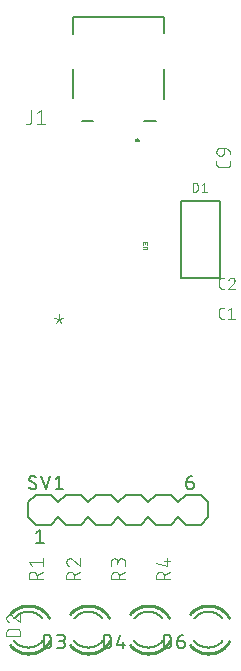
<source format=gbr>
G04 EAGLE Gerber RS-274X export*
G75*
%MOMM*%
%FSLAX34Y34*%
%LPD*%
%INSilkscreen Top*%
%IPPOS*%
%AMOC8*
5,1,8,0,0,1.08239X$1,22.5*%
G01*
%ADD10C,0.101600*%
%ADD11C,0.127000*%
%ADD12C,0.200000*%
%ADD13C,0.203200*%
%ADD14C,0.025400*%
%ADD15C,0.152400*%
%ADD16C,0.076200*%
%ADD17C,0.254000*%


D10*
X247142Y460361D02*
X247142Y457764D01*
X247140Y457665D01*
X247134Y457565D01*
X247125Y457466D01*
X247112Y457368D01*
X247095Y457270D01*
X247074Y457172D01*
X247049Y457076D01*
X247021Y456981D01*
X246989Y456887D01*
X246954Y456794D01*
X246915Y456702D01*
X246872Y456612D01*
X246827Y456524D01*
X246777Y456437D01*
X246725Y456353D01*
X246669Y456270D01*
X246611Y456190D01*
X246549Y456112D01*
X246484Y456037D01*
X246416Y455964D01*
X246346Y455894D01*
X246273Y455826D01*
X246198Y455761D01*
X246120Y455699D01*
X246040Y455641D01*
X245957Y455585D01*
X245873Y455533D01*
X245786Y455483D01*
X245698Y455438D01*
X245608Y455395D01*
X245516Y455356D01*
X245423Y455321D01*
X245329Y455289D01*
X245234Y455261D01*
X245138Y455236D01*
X245040Y455215D01*
X244942Y455198D01*
X244844Y455185D01*
X244745Y455176D01*
X244645Y455170D01*
X244546Y455168D01*
X238054Y455168D01*
X237955Y455170D01*
X237855Y455176D01*
X237756Y455185D01*
X237658Y455198D01*
X237560Y455216D01*
X237462Y455236D01*
X237366Y455261D01*
X237270Y455289D01*
X237176Y455321D01*
X237083Y455356D01*
X236992Y455395D01*
X236902Y455438D01*
X236813Y455483D01*
X236727Y455533D01*
X236642Y455585D01*
X236560Y455641D01*
X236480Y455700D01*
X236402Y455761D01*
X236326Y455826D01*
X236253Y455894D01*
X236183Y455964D01*
X236115Y456037D01*
X236050Y456113D01*
X235989Y456191D01*
X235930Y456271D01*
X235874Y456353D01*
X235822Y456438D01*
X235773Y456524D01*
X235727Y456613D01*
X235684Y456703D01*
X235645Y456794D01*
X235610Y456887D01*
X235578Y456981D01*
X235550Y457077D01*
X235525Y457173D01*
X235505Y457271D01*
X235487Y457369D01*
X235474Y457467D01*
X235465Y457566D01*
X235459Y457665D01*
X235457Y457765D01*
X235458Y457764D02*
X235458Y460361D01*
X241949Y467323D02*
X241949Y471217D01*
X241949Y467323D02*
X241947Y467224D01*
X241941Y467124D01*
X241932Y467025D01*
X241919Y466927D01*
X241902Y466829D01*
X241881Y466731D01*
X241856Y466635D01*
X241828Y466540D01*
X241796Y466446D01*
X241761Y466353D01*
X241722Y466261D01*
X241679Y466171D01*
X241634Y466083D01*
X241584Y465996D01*
X241532Y465912D01*
X241476Y465829D01*
X241418Y465749D01*
X241356Y465671D01*
X241291Y465596D01*
X241223Y465523D01*
X241153Y465453D01*
X241080Y465385D01*
X241005Y465320D01*
X240927Y465258D01*
X240847Y465200D01*
X240764Y465144D01*
X240680Y465092D01*
X240593Y465042D01*
X240505Y464997D01*
X240415Y464954D01*
X240323Y464915D01*
X240230Y464880D01*
X240136Y464848D01*
X240041Y464820D01*
X239945Y464795D01*
X239847Y464774D01*
X239749Y464757D01*
X239651Y464744D01*
X239552Y464735D01*
X239452Y464729D01*
X239353Y464727D01*
X239353Y464726D02*
X238704Y464726D01*
X238591Y464728D01*
X238478Y464734D01*
X238365Y464744D01*
X238252Y464758D01*
X238140Y464775D01*
X238029Y464797D01*
X237919Y464822D01*
X237809Y464852D01*
X237701Y464885D01*
X237594Y464922D01*
X237488Y464962D01*
X237384Y465007D01*
X237281Y465055D01*
X237180Y465106D01*
X237081Y465161D01*
X236984Y465219D01*
X236889Y465281D01*
X236796Y465346D01*
X236706Y465414D01*
X236618Y465485D01*
X236532Y465560D01*
X236449Y465637D01*
X236369Y465717D01*
X236292Y465800D01*
X236217Y465886D01*
X236146Y465974D01*
X236078Y466064D01*
X236013Y466157D01*
X235951Y466252D01*
X235893Y466349D01*
X235838Y466448D01*
X235787Y466549D01*
X235739Y466652D01*
X235694Y466756D01*
X235654Y466862D01*
X235617Y466969D01*
X235584Y467077D01*
X235554Y467187D01*
X235529Y467297D01*
X235507Y467408D01*
X235490Y467520D01*
X235476Y467633D01*
X235466Y467746D01*
X235460Y467859D01*
X235458Y467972D01*
X235460Y468085D01*
X235466Y468198D01*
X235476Y468311D01*
X235490Y468424D01*
X235507Y468536D01*
X235529Y468647D01*
X235554Y468757D01*
X235584Y468867D01*
X235617Y468975D01*
X235654Y469082D01*
X235694Y469188D01*
X235739Y469292D01*
X235787Y469395D01*
X235838Y469496D01*
X235893Y469595D01*
X235951Y469692D01*
X236013Y469787D01*
X236078Y469880D01*
X236146Y469970D01*
X236217Y470058D01*
X236292Y470144D01*
X236369Y470227D01*
X236449Y470307D01*
X236532Y470384D01*
X236618Y470459D01*
X236706Y470530D01*
X236796Y470598D01*
X236889Y470663D01*
X236984Y470725D01*
X237081Y470783D01*
X237180Y470838D01*
X237281Y470889D01*
X237384Y470937D01*
X237488Y470982D01*
X237594Y471022D01*
X237701Y471059D01*
X237809Y471092D01*
X237919Y471122D01*
X238029Y471147D01*
X238140Y471169D01*
X238252Y471186D01*
X238365Y471200D01*
X238478Y471210D01*
X238591Y471216D01*
X238704Y471218D01*
X238704Y471217D02*
X241949Y471217D01*
X242092Y471215D01*
X242235Y471209D01*
X242378Y471199D01*
X242520Y471185D01*
X242662Y471168D01*
X242804Y471146D01*
X242945Y471121D01*
X243085Y471091D01*
X243224Y471058D01*
X243362Y471021D01*
X243499Y470980D01*
X243635Y470936D01*
X243770Y470887D01*
X243903Y470835D01*
X244035Y470780D01*
X244165Y470720D01*
X244294Y470657D01*
X244421Y470591D01*
X244546Y470521D01*
X244668Y470448D01*
X244789Y470371D01*
X244908Y470291D01*
X245024Y470208D01*
X245139Y470122D01*
X245250Y470033D01*
X245360Y469940D01*
X245466Y469845D01*
X245570Y469746D01*
X245671Y469645D01*
X245770Y469541D01*
X245865Y469435D01*
X245958Y469325D01*
X246047Y469214D01*
X246133Y469099D01*
X246216Y468983D01*
X246296Y468864D01*
X246373Y468743D01*
X246446Y468621D01*
X246516Y468496D01*
X246582Y468369D01*
X246645Y468240D01*
X246705Y468110D01*
X246760Y467978D01*
X246812Y467845D01*
X246861Y467710D01*
X246905Y467574D01*
X246946Y467437D01*
X246983Y467299D01*
X247016Y467160D01*
X247046Y467020D01*
X247071Y466879D01*
X247093Y466737D01*
X247110Y466595D01*
X247124Y466453D01*
X247134Y466310D01*
X247140Y466167D01*
X247142Y466024D01*
D11*
X113900Y513240D02*
X113900Y537740D01*
X190900Y538240D02*
X190900Y512740D01*
X190900Y568240D02*
X190900Y582240D01*
X113900Y582240D01*
X113900Y567740D01*
X174200Y493740D02*
X184500Y493740D01*
X131300Y493740D02*
X122000Y493740D01*
D12*
X167680Y477800D02*
X167682Y477863D01*
X167688Y477925D01*
X167698Y477987D01*
X167711Y478049D01*
X167729Y478109D01*
X167750Y478168D01*
X167775Y478226D01*
X167804Y478282D01*
X167836Y478336D01*
X167871Y478388D01*
X167909Y478437D01*
X167951Y478485D01*
X167995Y478529D01*
X168043Y478571D01*
X168092Y478609D01*
X168144Y478644D01*
X168198Y478676D01*
X168254Y478705D01*
X168312Y478730D01*
X168371Y478751D01*
X168431Y478769D01*
X168493Y478782D01*
X168555Y478792D01*
X168617Y478798D01*
X168680Y478800D01*
X168743Y478798D01*
X168805Y478792D01*
X168867Y478782D01*
X168929Y478769D01*
X168989Y478751D01*
X169048Y478730D01*
X169106Y478705D01*
X169162Y478676D01*
X169216Y478644D01*
X169268Y478609D01*
X169317Y478571D01*
X169365Y478529D01*
X169409Y478485D01*
X169451Y478437D01*
X169489Y478388D01*
X169524Y478336D01*
X169556Y478282D01*
X169585Y478226D01*
X169610Y478168D01*
X169631Y478109D01*
X169649Y478049D01*
X169662Y477987D01*
X169672Y477925D01*
X169678Y477863D01*
X169680Y477800D01*
X169678Y477737D01*
X169672Y477675D01*
X169662Y477613D01*
X169649Y477551D01*
X169631Y477491D01*
X169610Y477432D01*
X169585Y477374D01*
X169556Y477318D01*
X169524Y477264D01*
X169489Y477212D01*
X169451Y477163D01*
X169409Y477115D01*
X169365Y477071D01*
X169317Y477029D01*
X169268Y476991D01*
X169216Y476956D01*
X169162Y476924D01*
X169106Y476895D01*
X169048Y476870D01*
X168989Y476849D01*
X168929Y476831D01*
X168867Y476818D01*
X168805Y476808D01*
X168743Y476802D01*
X168680Y476800D01*
X168617Y476802D01*
X168555Y476808D01*
X168493Y476818D01*
X168431Y476831D01*
X168371Y476849D01*
X168312Y476870D01*
X168254Y476895D01*
X168198Y476924D01*
X168144Y476956D01*
X168092Y476991D01*
X168043Y477029D01*
X167995Y477071D01*
X167951Y477115D01*
X167909Y477163D01*
X167871Y477212D01*
X167836Y477264D01*
X167804Y477318D01*
X167775Y477374D01*
X167750Y477432D01*
X167729Y477491D01*
X167711Y477551D01*
X167698Y477613D01*
X167688Y477675D01*
X167682Y477737D01*
X167680Y477800D01*
D10*
X78587Y493928D02*
X78587Y503036D01*
X78587Y493928D02*
X78585Y493828D01*
X78579Y493729D01*
X78570Y493630D01*
X78557Y493531D01*
X78539Y493433D01*
X78519Y493335D01*
X78494Y493239D01*
X78466Y493143D01*
X78434Y493048D01*
X78398Y492955D01*
X78359Y492864D01*
X78317Y492773D01*
X78271Y492685D01*
X78222Y492598D01*
X78169Y492514D01*
X78113Y492431D01*
X78054Y492351D01*
X77992Y492272D01*
X77928Y492197D01*
X77860Y492124D01*
X77789Y492053D01*
X77716Y491985D01*
X77641Y491921D01*
X77562Y491859D01*
X77482Y491800D01*
X77399Y491744D01*
X77315Y491691D01*
X77228Y491642D01*
X77140Y491596D01*
X77049Y491554D01*
X76958Y491515D01*
X76865Y491479D01*
X76770Y491447D01*
X76674Y491419D01*
X76578Y491394D01*
X76480Y491374D01*
X76382Y491356D01*
X76283Y491343D01*
X76184Y491334D01*
X76085Y491328D01*
X75985Y491326D01*
X75985Y491325D02*
X74684Y491325D01*
X83871Y500434D02*
X87124Y503036D01*
X87124Y491325D01*
X83871Y491325D02*
X90377Y491325D01*
X101868Y330256D02*
X101868Y326362D01*
X104140Y323441D01*
X101868Y326362D02*
X99596Y323441D01*
X101868Y326362D02*
X105438Y327660D01*
X101868Y326362D02*
X98298Y327660D01*
D13*
X205740Y426466D02*
X238760Y426466D01*
X238760Y360934D01*
X205740Y360934D01*
X205740Y426466D01*
D14*
X175980Y385572D02*
X173228Y385572D01*
X175980Y385572D02*
X176044Y385574D01*
X176108Y385580D01*
X176171Y385589D01*
X176233Y385603D01*
X176295Y385620D01*
X176355Y385641D01*
X176414Y385665D01*
X176472Y385693D01*
X176527Y385725D01*
X176581Y385759D01*
X176632Y385797D01*
X176682Y385838D01*
X176728Y385882D01*
X176772Y385928D01*
X176813Y385978D01*
X176851Y386029D01*
X176885Y386083D01*
X176917Y386138D01*
X176945Y386196D01*
X176969Y386255D01*
X176990Y386315D01*
X177007Y386377D01*
X177021Y386439D01*
X177030Y386502D01*
X177036Y386566D01*
X177038Y386630D01*
X177036Y386694D01*
X177030Y386758D01*
X177021Y386821D01*
X177007Y386883D01*
X176990Y386945D01*
X176969Y387005D01*
X176945Y387064D01*
X176917Y387122D01*
X176885Y387177D01*
X176851Y387231D01*
X176813Y387282D01*
X176772Y387332D01*
X176728Y387378D01*
X176682Y387422D01*
X176632Y387463D01*
X176581Y387501D01*
X176527Y387535D01*
X176472Y387567D01*
X176414Y387595D01*
X176355Y387619D01*
X176295Y387640D01*
X176233Y387657D01*
X176171Y387671D01*
X176108Y387680D01*
X176044Y387686D01*
X175980Y387688D01*
X175980Y387689D02*
X173228Y387689D01*
X177038Y389352D02*
X177038Y390410D01*
X177036Y390474D01*
X177030Y390538D01*
X177021Y390601D01*
X177007Y390663D01*
X176990Y390725D01*
X176969Y390785D01*
X176945Y390844D01*
X176917Y390902D01*
X176885Y390957D01*
X176851Y391011D01*
X176813Y391062D01*
X176772Y391112D01*
X176728Y391158D01*
X176682Y391202D01*
X176632Y391243D01*
X176581Y391281D01*
X176527Y391315D01*
X176472Y391347D01*
X176414Y391375D01*
X176355Y391399D01*
X176295Y391420D01*
X176233Y391437D01*
X176171Y391451D01*
X176108Y391460D01*
X176044Y391466D01*
X175980Y391468D01*
X175916Y391466D01*
X175852Y391460D01*
X175789Y391451D01*
X175727Y391437D01*
X175665Y391420D01*
X175605Y391399D01*
X175546Y391375D01*
X175488Y391347D01*
X175433Y391315D01*
X175379Y391281D01*
X175328Y391243D01*
X175278Y391202D01*
X175232Y391158D01*
X175188Y391112D01*
X175147Y391062D01*
X175109Y391011D01*
X175075Y390957D01*
X175043Y390902D01*
X175015Y390844D01*
X174991Y390785D01*
X174970Y390725D01*
X174953Y390663D01*
X174939Y390601D01*
X174930Y390538D01*
X174924Y390474D01*
X174922Y390410D01*
X173228Y390622D02*
X173228Y389352D01*
X173228Y390622D02*
X173230Y390679D01*
X173236Y390735D01*
X173245Y390791D01*
X173258Y390846D01*
X173275Y390900D01*
X173295Y390953D01*
X173319Y391004D01*
X173346Y391054D01*
X173377Y391101D01*
X173410Y391147D01*
X173447Y391190D01*
X173486Y391231D01*
X173528Y391269D01*
X173573Y391304D01*
X173619Y391336D01*
X173668Y391365D01*
X173718Y391390D01*
X173771Y391412D01*
X173824Y391431D01*
X173879Y391446D01*
X173934Y391457D01*
X173990Y391465D01*
X174047Y391469D01*
X174103Y391469D01*
X174160Y391465D01*
X174216Y391457D01*
X174271Y391446D01*
X174326Y391431D01*
X174379Y391412D01*
X174432Y391390D01*
X174482Y391365D01*
X174531Y391336D01*
X174577Y391304D01*
X174622Y391269D01*
X174664Y391231D01*
X174703Y391190D01*
X174740Y391147D01*
X174773Y391101D01*
X174804Y391054D01*
X174831Y391004D01*
X174855Y390953D01*
X174875Y390900D01*
X174892Y390846D01*
X174905Y390791D01*
X174914Y390735D01*
X174920Y390679D01*
X174922Y390622D01*
X174921Y390622D02*
X174921Y389775D01*
D15*
X95250Y177800D02*
X82550Y177800D01*
X95250Y177800D02*
X101600Y171450D01*
X101600Y158750D02*
X95250Y152400D01*
X101600Y171450D02*
X107950Y177800D01*
X120650Y177800D01*
X127000Y171450D01*
X127000Y158750D02*
X120650Y152400D01*
X107950Y152400D01*
X101600Y158750D01*
X76200Y158750D02*
X76200Y171450D01*
X82550Y177800D01*
X76200Y158750D02*
X82550Y152400D01*
X95250Y152400D01*
X127000Y171450D02*
X133350Y177800D01*
X146050Y177800D01*
X152400Y171450D01*
X152400Y158750D02*
X146050Y152400D01*
X133350Y152400D01*
X127000Y158750D01*
X158750Y177800D02*
X171450Y177800D01*
X177800Y171450D01*
X177800Y158750D02*
X171450Y152400D01*
X177800Y171450D02*
X184150Y177800D01*
X196850Y177800D01*
X203200Y171450D01*
X203200Y158750D02*
X196850Y152400D01*
X184150Y152400D01*
X177800Y158750D01*
X158750Y177800D02*
X152400Y171450D01*
X152400Y158750D02*
X158750Y152400D01*
X171450Y152400D01*
X203200Y171450D02*
X209550Y177800D01*
X222250Y177800D01*
X228600Y171450D01*
X228600Y158750D02*
X222250Y152400D01*
X209550Y152400D01*
X203200Y158750D01*
X228600Y158750D02*
X228600Y171450D01*
D11*
X86360Y147955D02*
X83185Y145415D01*
X86360Y147955D02*
X86360Y136525D01*
X83185Y136525D02*
X89535Y136525D01*
X210185Y188595D02*
X213995Y188595D01*
X214095Y188593D01*
X214194Y188587D01*
X214294Y188577D01*
X214392Y188564D01*
X214491Y188546D01*
X214588Y188525D01*
X214684Y188500D01*
X214780Y188471D01*
X214874Y188438D01*
X214967Y188402D01*
X215058Y188362D01*
X215148Y188318D01*
X215236Y188271D01*
X215322Y188221D01*
X215406Y188167D01*
X215488Y188110D01*
X215567Y188050D01*
X215645Y187986D01*
X215719Y187920D01*
X215791Y187851D01*
X215860Y187779D01*
X215926Y187705D01*
X215990Y187627D01*
X216050Y187548D01*
X216107Y187466D01*
X216161Y187382D01*
X216211Y187296D01*
X216258Y187208D01*
X216302Y187118D01*
X216342Y187027D01*
X216378Y186934D01*
X216411Y186840D01*
X216440Y186744D01*
X216465Y186648D01*
X216486Y186551D01*
X216504Y186452D01*
X216517Y186354D01*
X216527Y186254D01*
X216533Y186155D01*
X216535Y186055D01*
X216535Y185420D01*
X216533Y185309D01*
X216527Y185199D01*
X216518Y185088D01*
X216504Y184978D01*
X216487Y184869D01*
X216466Y184760D01*
X216441Y184652D01*
X216412Y184545D01*
X216380Y184439D01*
X216344Y184334D01*
X216304Y184231D01*
X216261Y184129D01*
X216214Y184028D01*
X216163Y183929D01*
X216110Y183832D01*
X216053Y183738D01*
X215992Y183645D01*
X215929Y183554D01*
X215862Y183465D01*
X215792Y183379D01*
X215719Y183296D01*
X215644Y183214D01*
X215566Y183136D01*
X215484Y183061D01*
X215401Y182988D01*
X215315Y182918D01*
X215226Y182851D01*
X215135Y182788D01*
X215042Y182727D01*
X214947Y182670D01*
X214851Y182617D01*
X214752Y182566D01*
X214651Y182519D01*
X214549Y182476D01*
X214446Y182436D01*
X214341Y182400D01*
X214235Y182368D01*
X214128Y182339D01*
X214020Y182314D01*
X213911Y182293D01*
X213802Y182276D01*
X213692Y182262D01*
X213581Y182253D01*
X213471Y182247D01*
X213360Y182245D01*
X213249Y182247D01*
X213139Y182253D01*
X213028Y182262D01*
X212918Y182276D01*
X212809Y182293D01*
X212700Y182314D01*
X212592Y182339D01*
X212485Y182368D01*
X212379Y182400D01*
X212274Y182436D01*
X212171Y182476D01*
X212069Y182519D01*
X211968Y182566D01*
X211869Y182617D01*
X211773Y182670D01*
X211678Y182727D01*
X211585Y182788D01*
X211494Y182851D01*
X211405Y182918D01*
X211319Y182988D01*
X211236Y183061D01*
X211154Y183136D01*
X211076Y183214D01*
X211001Y183296D01*
X210928Y183379D01*
X210858Y183465D01*
X210791Y183554D01*
X210728Y183645D01*
X210667Y183738D01*
X210610Y183833D01*
X210557Y183929D01*
X210506Y184028D01*
X210459Y184129D01*
X210416Y184231D01*
X210376Y184334D01*
X210340Y184439D01*
X210308Y184545D01*
X210279Y184652D01*
X210254Y184760D01*
X210233Y184869D01*
X210216Y184978D01*
X210202Y185088D01*
X210193Y185199D01*
X210187Y185309D01*
X210185Y185420D01*
X210185Y188595D01*
X210187Y188735D01*
X210193Y188875D01*
X210202Y189015D01*
X210216Y189154D01*
X210233Y189293D01*
X210254Y189431D01*
X210279Y189569D01*
X210308Y189706D01*
X210340Y189842D01*
X210377Y189977D01*
X210417Y190111D01*
X210460Y190244D01*
X210508Y190376D01*
X210558Y190507D01*
X210613Y190636D01*
X210671Y190763D01*
X210732Y190889D01*
X210797Y191013D01*
X210866Y191135D01*
X210937Y191255D01*
X211012Y191373D01*
X211090Y191490D01*
X211172Y191604D01*
X211256Y191715D01*
X211344Y191824D01*
X211434Y191931D01*
X211528Y192036D01*
X211624Y192137D01*
X211723Y192236D01*
X211824Y192332D01*
X211929Y192426D01*
X212036Y192516D01*
X212145Y192604D01*
X212256Y192688D01*
X212370Y192770D01*
X212487Y192848D01*
X212605Y192923D01*
X212725Y192994D01*
X212847Y193063D01*
X212971Y193128D01*
X213097Y193189D01*
X213224Y193247D01*
X213353Y193302D01*
X213484Y193352D01*
X213616Y193400D01*
X213749Y193443D01*
X213883Y193483D01*
X214018Y193520D01*
X214154Y193552D01*
X214291Y193581D01*
X214429Y193606D01*
X214567Y193627D01*
X214706Y193644D01*
X214845Y193658D01*
X214985Y193667D01*
X215125Y193673D01*
X215265Y193675D01*
X83185Y184785D02*
X83183Y184685D01*
X83177Y184586D01*
X83167Y184486D01*
X83154Y184388D01*
X83136Y184289D01*
X83115Y184192D01*
X83090Y184096D01*
X83061Y184000D01*
X83028Y183906D01*
X82992Y183813D01*
X82952Y183722D01*
X82908Y183632D01*
X82861Y183544D01*
X82811Y183458D01*
X82757Y183374D01*
X82700Y183292D01*
X82640Y183213D01*
X82576Y183135D01*
X82510Y183061D01*
X82441Y182989D01*
X82369Y182920D01*
X82295Y182854D01*
X82217Y182790D01*
X82138Y182730D01*
X82056Y182673D01*
X81972Y182619D01*
X81886Y182569D01*
X81798Y182522D01*
X81708Y182478D01*
X81617Y182438D01*
X81524Y182402D01*
X81430Y182369D01*
X81334Y182340D01*
X81238Y182315D01*
X81141Y182294D01*
X81042Y182276D01*
X80944Y182263D01*
X80844Y182253D01*
X80745Y182247D01*
X80645Y182245D01*
X80504Y182247D01*
X80363Y182252D01*
X80222Y182262D01*
X80081Y182275D01*
X79941Y182291D01*
X79801Y182312D01*
X79662Y182336D01*
X79523Y182364D01*
X79386Y182395D01*
X79249Y182430D01*
X79113Y182468D01*
X78978Y182510D01*
X78845Y182556D01*
X78712Y182605D01*
X78581Y182658D01*
X78452Y182714D01*
X78323Y182773D01*
X78197Y182836D01*
X78072Y182902D01*
X77949Y182971D01*
X77828Y183044D01*
X77709Y183120D01*
X77591Y183199D01*
X77476Y183280D01*
X77364Y183365D01*
X77253Y183453D01*
X77145Y183544D01*
X77039Y183637D01*
X76936Y183734D01*
X76835Y183833D01*
X77153Y191135D02*
X77155Y191235D01*
X77161Y191334D01*
X77171Y191434D01*
X77184Y191532D01*
X77202Y191631D01*
X77223Y191728D01*
X77248Y191824D01*
X77277Y191920D01*
X77310Y192014D01*
X77346Y192107D01*
X77386Y192198D01*
X77430Y192288D01*
X77477Y192376D01*
X77527Y192462D01*
X77581Y192546D01*
X77638Y192628D01*
X77698Y192707D01*
X77762Y192785D01*
X77828Y192859D01*
X77897Y192931D01*
X77969Y193000D01*
X78043Y193066D01*
X78121Y193130D01*
X78200Y193190D01*
X78282Y193247D01*
X78366Y193301D01*
X78452Y193351D01*
X78540Y193398D01*
X78630Y193442D01*
X78721Y193482D01*
X78814Y193518D01*
X78908Y193551D01*
X79004Y193580D01*
X79100Y193605D01*
X79197Y193626D01*
X79296Y193644D01*
X79394Y193657D01*
X79494Y193667D01*
X79593Y193673D01*
X79693Y193675D01*
X79693Y193676D02*
X79826Y193674D01*
X79959Y193669D01*
X80092Y193659D01*
X80225Y193646D01*
X80357Y193629D01*
X80489Y193609D01*
X80620Y193585D01*
X80750Y193557D01*
X80880Y193526D01*
X81008Y193491D01*
X81136Y193452D01*
X81262Y193410D01*
X81387Y193364D01*
X81511Y193315D01*
X81634Y193263D01*
X81755Y193207D01*
X81874Y193147D01*
X81992Y193085D01*
X82107Y193019D01*
X82221Y192950D01*
X82333Y192877D01*
X82443Y192802D01*
X82551Y192723D01*
X78422Y188912D02*
X78338Y188964D01*
X78255Y189019D01*
X78175Y189078D01*
X78097Y189139D01*
X78022Y189203D01*
X77949Y189271D01*
X77878Y189341D01*
X77811Y189413D01*
X77746Y189488D01*
X77684Y189566D01*
X77625Y189646D01*
X77569Y189728D01*
X77517Y189812D01*
X77468Y189898D01*
X77422Y189986D01*
X77379Y190076D01*
X77340Y190167D01*
X77305Y190260D01*
X77273Y190354D01*
X77245Y190449D01*
X77220Y190545D01*
X77200Y190642D01*
X77182Y190740D01*
X77169Y190838D01*
X77160Y190937D01*
X77154Y191036D01*
X77152Y191135D01*
X81915Y187008D02*
X81999Y186956D01*
X82082Y186901D01*
X82162Y186842D01*
X82240Y186781D01*
X82315Y186717D01*
X82388Y186649D01*
X82459Y186579D01*
X82526Y186507D01*
X82591Y186432D01*
X82653Y186354D01*
X82712Y186274D01*
X82768Y186192D01*
X82820Y186108D01*
X82869Y186022D01*
X82915Y185934D01*
X82958Y185844D01*
X82997Y185753D01*
X83032Y185660D01*
X83064Y185566D01*
X83092Y185471D01*
X83117Y185375D01*
X83137Y185278D01*
X83155Y185180D01*
X83168Y185082D01*
X83177Y184983D01*
X83183Y184884D01*
X83185Y184785D01*
X81915Y187008D02*
X78423Y188913D01*
X87249Y193675D02*
X91059Y182245D01*
X94869Y193675D01*
X99314Y191135D02*
X102489Y193675D01*
X102489Y182245D01*
X99314Y182245D02*
X105664Y182245D01*
D16*
X215518Y434103D02*
X215518Y441469D01*
X217564Y441469D01*
X217653Y441467D01*
X217742Y441461D01*
X217831Y441451D01*
X217919Y441438D01*
X218007Y441421D01*
X218094Y441399D01*
X218179Y441374D01*
X218264Y441346D01*
X218347Y441313D01*
X218429Y441277D01*
X218509Y441238D01*
X218587Y441195D01*
X218663Y441149D01*
X218738Y441099D01*
X218810Y441046D01*
X218879Y440990D01*
X218946Y440931D01*
X219011Y440870D01*
X219072Y440805D01*
X219131Y440738D01*
X219187Y440669D01*
X219240Y440597D01*
X219290Y440522D01*
X219336Y440446D01*
X219379Y440368D01*
X219418Y440288D01*
X219454Y440206D01*
X219487Y440123D01*
X219515Y440038D01*
X219540Y439953D01*
X219562Y439866D01*
X219579Y439778D01*
X219592Y439690D01*
X219602Y439601D01*
X219608Y439512D01*
X219610Y439423D01*
X219610Y436149D01*
X219608Y436060D01*
X219602Y435971D01*
X219592Y435882D01*
X219579Y435794D01*
X219562Y435706D01*
X219540Y435619D01*
X219515Y435534D01*
X219487Y435449D01*
X219454Y435366D01*
X219418Y435284D01*
X219379Y435204D01*
X219336Y435126D01*
X219290Y435050D01*
X219240Y434975D01*
X219187Y434903D01*
X219131Y434834D01*
X219072Y434767D01*
X219011Y434702D01*
X218946Y434641D01*
X218879Y434582D01*
X218810Y434526D01*
X218738Y434473D01*
X218663Y434423D01*
X218587Y434377D01*
X218509Y434334D01*
X218429Y434295D01*
X218347Y434259D01*
X218264Y434226D01*
X218179Y434198D01*
X218094Y434173D01*
X218007Y434151D01*
X217919Y434134D01*
X217831Y434121D01*
X217742Y434111D01*
X217653Y434105D01*
X217564Y434103D01*
X215518Y434103D01*
X223077Y439832D02*
X225123Y441469D01*
X225123Y434103D01*
X223077Y434103D02*
X227169Y434103D01*
D15*
X63799Y54642D02*
X64018Y54342D01*
X64245Y54048D01*
X64479Y53760D01*
X64720Y53477D01*
X64967Y53200D01*
X65222Y52929D01*
X65483Y52665D01*
X65750Y52407D01*
X66023Y52156D01*
X66303Y51911D01*
X66588Y51673D01*
X66879Y51443D01*
X67176Y51219D01*
X67478Y51003D01*
X67785Y50794D01*
X68097Y50593D01*
X68414Y50399D01*
X68736Y50213D01*
X69062Y50035D01*
X69392Y49865D01*
X69726Y49703D01*
X70064Y49550D01*
X70406Y49404D01*
X70751Y49267D01*
X71100Y49139D01*
X71451Y49019D01*
X71806Y48907D01*
X72163Y48805D01*
X72522Y48710D01*
X72883Y48625D01*
X73247Y48549D01*
X73612Y48481D01*
X73979Y48423D01*
X74347Y48373D01*
X74716Y48332D01*
X75086Y48301D01*
X75457Y48278D01*
X75828Y48265D01*
X76200Y48260D01*
X76572Y48265D01*
X76943Y48278D01*
X77315Y48301D01*
X77685Y48333D01*
X78055Y48373D01*
X78423Y48423D01*
X78791Y48482D01*
X79156Y48549D01*
X79520Y48626D01*
X79882Y48712D01*
X80242Y48806D01*
X80599Y48909D01*
X80954Y49020D01*
X81306Y49141D01*
X81655Y49270D01*
X82000Y49407D01*
X82342Y49553D01*
X82681Y49707D01*
X83016Y49869D01*
X83346Y50039D01*
X83672Y50218D01*
X83994Y50404D01*
X84312Y50598D01*
X84624Y50800D01*
X84931Y51009D01*
X85233Y51226D01*
X85530Y51450D01*
X85822Y51681D01*
X86107Y51919D01*
X86387Y52165D01*
X86660Y52417D01*
X86928Y52675D01*
X87188Y52940D01*
X87443Y53211D01*
X87691Y53489D01*
X87931Y53772D01*
X88165Y54061D01*
X88392Y54356D01*
X76200Y78740D02*
X75835Y78736D01*
X75470Y78723D01*
X75106Y78701D01*
X74743Y78670D01*
X74380Y78631D01*
X74018Y78583D01*
X73658Y78526D01*
X73299Y78461D01*
X72941Y78388D01*
X72586Y78305D01*
X72233Y78215D01*
X71881Y78115D01*
X71533Y78008D01*
X71187Y77892D01*
X70844Y77768D01*
X70504Y77635D01*
X70167Y77495D01*
X69834Y77347D01*
X69504Y77190D01*
X69178Y77026D01*
X68856Y76854D01*
X68539Y76674D01*
X68226Y76487D01*
X67917Y76293D01*
X67613Y76091D01*
X67314Y75881D01*
X67020Y75665D01*
X66732Y75442D01*
X66449Y75212D01*
X66171Y74975D01*
X65899Y74732D01*
X65633Y74482D01*
X65373Y74226D01*
X65120Y73963D01*
X64872Y73695D01*
X64632Y73421D01*
X64397Y73141D01*
X64170Y72856D01*
X76200Y78740D02*
X76565Y78736D01*
X76930Y78723D01*
X77294Y78701D01*
X77657Y78670D01*
X78020Y78631D01*
X78382Y78583D01*
X78742Y78526D01*
X79101Y78461D01*
X79459Y78388D01*
X79814Y78305D01*
X80167Y78215D01*
X80519Y78115D01*
X80867Y78008D01*
X81213Y77892D01*
X81556Y77768D01*
X81896Y77635D01*
X82233Y77495D01*
X82566Y77347D01*
X82896Y77190D01*
X83222Y77026D01*
X83544Y76854D01*
X83861Y76674D01*
X84174Y76487D01*
X84483Y76293D01*
X84787Y76091D01*
X85086Y75881D01*
X85380Y75665D01*
X85668Y75442D01*
X85951Y75212D01*
X86229Y74975D01*
X86501Y74732D01*
X86767Y74482D01*
X87027Y74226D01*
X87280Y73963D01*
X87528Y73695D01*
X87768Y73421D01*
X88003Y73141D01*
X88230Y72856D01*
D17*
X76200Y43180D02*
X75706Y43186D01*
X75212Y43204D01*
X74718Y43234D01*
X74225Y43276D01*
X73734Y43330D01*
X73244Y43396D01*
X72756Y43474D01*
X72269Y43564D01*
X71785Y43665D01*
X71304Y43779D01*
X70826Y43904D01*
X70350Y44040D01*
X69879Y44188D01*
X69411Y44348D01*
X68947Y44519D01*
X68487Y44701D01*
X68032Y44894D01*
X67581Y45098D01*
X67136Y45313D01*
X66696Y45539D01*
X66262Y45776D01*
X65834Y46023D01*
X65412Y46280D01*
X64996Y46548D01*
X64587Y46826D01*
X64185Y47113D01*
X63789Y47410D01*
X63402Y47717D01*
X63021Y48033D01*
X62649Y48358D01*
X62284Y48693D01*
X61928Y49036D01*
X61581Y49387D01*
X61241Y49747D01*
X60911Y50115D01*
X60590Y50491D01*
X76200Y43180D02*
X76688Y43186D01*
X77175Y43203D01*
X77662Y43233D01*
X78149Y43274D01*
X78634Y43326D01*
X79118Y43391D01*
X79600Y43467D01*
X80080Y43554D01*
X80558Y43653D01*
X81033Y43763D01*
X81506Y43885D01*
X81975Y44018D01*
X82442Y44163D01*
X82904Y44318D01*
X83363Y44485D01*
X83818Y44662D01*
X84268Y44851D01*
X84713Y45050D01*
X85154Y45260D01*
X85590Y45480D01*
X86020Y45711D01*
X86444Y45952D01*
X86862Y46203D01*
X87275Y46464D01*
X87681Y46735D01*
X88080Y47015D01*
X88473Y47305D01*
X88858Y47605D01*
X89236Y47914D01*
X89607Y48231D01*
X89969Y48558D01*
X90324Y48893D01*
X90671Y49236D01*
X91009Y49588D01*
X91339Y49947D01*
X91660Y50315D01*
X91973Y50690D01*
X92276Y51073D01*
X92570Y51462D01*
X92854Y51859D01*
X93129Y52262D01*
X93394Y52672D01*
X93649Y53088D01*
X93894Y53510D01*
X94129Y53938D01*
X76200Y83820D02*
X75710Y83814D01*
X75220Y83796D01*
X74731Y83767D01*
X74242Y83725D01*
X73755Y83672D01*
X73269Y83608D01*
X72785Y83531D01*
X72303Y83443D01*
X71823Y83343D01*
X71345Y83232D01*
X70871Y83109D01*
X70399Y82974D01*
X69931Y82829D01*
X69467Y82672D01*
X69006Y82504D01*
X68550Y82325D01*
X68098Y82135D01*
X67651Y81934D01*
X67209Y81722D01*
X66772Y81500D01*
X66340Y81268D01*
X65914Y81025D01*
X65495Y80771D01*
X65081Y80508D01*
X64674Y80235D01*
X64274Y79952D01*
X63880Y79659D01*
X63494Y79358D01*
X63115Y79046D01*
X62744Y78726D01*
X62381Y78397D01*
X62025Y78060D01*
X61678Y77713D01*
X61340Y77359D01*
X61010Y76996D01*
X60688Y76626D01*
X76200Y83820D02*
X76697Y83814D01*
X77194Y83796D01*
X77690Y83765D01*
X78185Y83723D01*
X78679Y83668D01*
X79172Y83602D01*
X79662Y83523D01*
X80151Y83432D01*
X80637Y83330D01*
X81121Y83215D01*
X81601Y83089D01*
X82079Y82951D01*
X82553Y82802D01*
X83023Y82641D01*
X83489Y82468D01*
X83951Y82284D01*
X84408Y82089D01*
X84860Y81883D01*
X85307Y81666D01*
X85748Y81437D01*
X86184Y81199D01*
X86614Y80949D01*
X87037Y80689D01*
X87455Y80419D01*
X87865Y80139D01*
X88268Y79849D01*
X88665Y79549D01*
X89053Y79239D01*
X89434Y78920D01*
X89807Y78592D01*
X90172Y78255D01*
X90529Y77909D01*
X90877Y77554D01*
X91216Y77191D01*
X91547Y76820D01*
X91868Y76440D01*
X92180Y76053D01*
X92482Y75659D01*
X92774Y75257D01*
X93057Y74848D01*
X93329Y74433D01*
X93592Y74010D01*
X93843Y73582D01*
D10*
X69342Y57658D02*
X57658Y57658D01*
X57658Y60904D01*
X57660Y61017D01*
X57666Y61130D01*
X57676Y61243D01*
X57690Y61356D01*
X57707Y61468D01*
X57729Y61579D01*
X57754Y61689D01*
X57784Y61799D01*
X57817Y61907D01*
X57854Y62014D01*
X57894Y62120D01*
X57939Y62224D01*
X57987Y62327D01*
X58038Y62428D01*
X58093Y62527D01*
X58151Y62624D01*
X58213Y62719D01*
X58278Y62812D01*
X58346Y62902D01*
X58417Y62990D01*
X58492Y63076D01*
X58569Y63159D01*
X58649Y63239D01*
X58732Y63316D01*
X58818Y63391D01*
X58906Y63462D01*
X58996Y63530D01*
X59089Y63595D01*
X59184Y63657D01*
X59281Y63715D01*
X59380Y63770D01*
X59481Y63821D01*
X59584Y63869D01*
X59688Y63914D01*
X59794Y63954D01*
X59901Y63991D01*
X60009Y64024D01*
X60119Y64054D01*
X60229Y64079D01*
X60340Y64101D01*
X60452Y64118D01*
X60565Y64132D01*
X60678Y64142D01*
X60791Y64148D01*
X60904Y64150D01*
X60904Y64149D02*
X66096Y64149D01*
X66096Y64150D02*
X66209Y64148D01*
X66322Y64142D01*
X66435Y64132D01*
X66548Y64118D01*
X66660Y64101D01*
X66771Y64079D01*
X66881Y64054D01*
X66991Y64024D01*
X67099Y63991D01*
X67206Y63954D01*
X67312Y63914D01*
X67416Y63869D01*
X67519Y63821D01*
X67620Y63770D01*
X67719Y63715D01*
X67816Y63657D01*
X67911Y63595D01*
X68004Y63530D01*
X68094Y63462D01*
X68182Y63391D01*
X68268Y63316D01*
X68351Y63239D01*
X68431Y63159D01*
X68508Y63076D01*
X68583Y62990D01*
X68654Y62902D01*
X68722Y62812D01*
X68787Y62719D01*
X68849Y62624D01*
X68907Y62527D01*
X68962Y62428D01*
X69013Y62327D01*
X69061Y62224D01*
X69106Y62120D01*
X69146Y62014D01*
X69183Y61907D01*
X69216Y61799D01*
X69246Y61689D01*
X69271Y61579D01*
X69293Y61468D01*
X69310Y61356D01*
X69324Y61243D01*
X69334Y61130D01*
X69340Y61017D01*
X69342Y60904D01*
X69342Y57658D01*
X57658Y73039D02*
X57660Y73146D01*
X57666Y73252D01*
X57676Y73358D01*
X57689Y73464D01*
X57707Y73570D01*
X57728Y73674D01*
X57753Y73778D01*
X57782Y73881D01*
X57814Y73982D01*
X57851Y74082D01*
X57891Y74181D01*
X57934Y74279D01*
X57981Y74375D01*
X58032Y74469D01*
X58086Y74561D01*
X58143Y74651D01*
X58203Y74739D01*
X58267Y74824D01*
X58334Y74907D01*
X58404Y74988D01*
X58476Y75066D01*
X58552Y75142D01*
X58630Y75214D01*
X58711Y75284D01*
X58794Y75351D01*
X58879Y75415D01*
X58967Y75475D01*
X59057Y75532D01*
X59149Y75586D01*
X59243Y75637D01*
X59339Y75684D01*
X59437Y75727D01*
X59536Y75767D01*
X59636Y75804D01*
X59737Y75836D01*
X59840Y75865D01*
X59944Y75890D01*
X60048Y75911D01*
X60154Y75929D01*
X60260Y75942D01*
X60366Y75952D01*
X60472Y75958D01*
X60579Y75960D01*
X57658Y73039D02*
X57660Y72918D01*
X57666Y72797D01*
X57676Y72677D01*
X57689Y72556D01*
X57707Y72437D01*
X57728Y72317D01*
X57753Y72199D01*
X57782Y72082D01*
X57815Y71965D01*
X57851Y71850D01*
X57892Y71736D01*
X57935Y71623D01*
X57983Y71511D01*
X58034Y71402D01*
X58089Y71294D01*
X58147Y71187D01*
X58208Y71083D01*
X58273Y70981D01*
X58341Y70881D01*
X58412Y70783D01*
X58486Y70687D01*
X58563Y70594D01*
X58644Y70504D01*
X58727Y70416D01*
X58813Y70331D01*
X58902Y70248D01*
X58993Y70169D01*
X59087Y70092D01*
X59183Y70019D01*
X59281Y69949D01*
X59382Y69882D01*
X59485Y69818D01*
X59590Y69758D01*
X59697Y69700D01*
X59805Y69647D01*
X59915Y69597D01*
X60027Y69551D01*
X60140Y69508D01*
X60255Y69469D01*
X62851Y74986D02*
X62773Y75065D01*
X62693Y75141D01*
X62610Y75214D01*
X62524Y75284D01*
X62437Y75351D01*
X62346Y75415D01*
X62254Y75475D01*
X62160Y75533D01*
X62063Y75587D01*
X61965Y75637D01*
X61865Y75684D01*
X61764Y75728D01*
X61661Y75768D01*
X61556Y75804D01*
X61451Y75836D01*
X61344Y75865D01*
X61237Y75890D01*
X61128Y75912D01*
X61019Y75929D01*
X60910Y75943D01*
X60800Y75952D01*
X60689Y75958D01*
X60579Y75960D01*
X62851Y74986D02*
X69342Y69469D01*
X69342Y75960D01*
X76708Y105918D02*
X88392Y105918D01*
X76708Y105918D02*
X76708Y109164D01*
X76710Y109277D01*
X76716Y109390D01*
X76726Y109503D01*
X76740Y109616D01*
X76757Y109728D01*
X76779Y109839D01*
X76804Y109949D01*
X76834Y110059D01*
X76867Y110167D01*
X76904Y110274D01*
X76944Y110380D01*
X76989Y110484D01*
X77037Y110587D01*
X77088Y110688D01*
X77143Y110787D01*
X77201Y110884D01*
X77263Y110979D01*
X77328Y111072D01*
X77396Y111162D01*
X77467Y111250D01*
X77542Y111336D01*
X77619Y111419D01*
X77699Y111499D01*
X77782Y111576D01*
X77868Y111651D01*
X77956Y111722D01*
X78046Y111790D01*
X78139Y111855D01*
X78234Y111917D01*
X78331Y111975D01*
X78430Y112030D01*
X78531Y112081D01*
X78634Y112129D01*
X78738Y112174D01*
X78844Y112214D01*
X78951Y112251D01*
X79059Y112284D01*
X79169Y112314D01*
X79279Y112339D01*
X79390Y112361D01*
X79502Y112378D01*
X79615Y112392D01*
X79728Y112402D01*
X79841Y112408D01*
X79954Y112410D01*
X80067Y112408D01*
X80180Y112402D01*
X80293Y112392D01*
X80406Y112378D01*
X80518Y112361D01*
X80629Y112339D01*
X80739Y112314D01*
X80849Y112284D01*
X80957Y112251D01*
X81064Y112214D01*
X81170Y112174D01*
X81274Y112129D01*
X81377Y112081D01*
X81478Y112030D01*
X81577Y111975D01*
X81674Y111917D01*
X81769Y111855D01*
X81862Y111790D01*
X81952Y111722D01*
X82040Y111651D01*
X82126Y111576D01*
X82209Y111499D01*
X82289Y111419D01*
X82366Y111336D01*
X82441Y111250D01*
X82512Y111162D01*
X82580Y111072D01*
X82645Y110979D01*
X82707Y110884D01*
X82765Y110787D01*
X82820Y110688D01*
X82871Y110587D01*
X82919Y110484D01*
X82964Y110380D01*
X83004Y110274D01*
X83041Y110167D01*
X83074Y110059D01*
X83104Y109949D01*
X83129Y109839D01*
X83151Y109728D01*
X83168Y109616D01*
X83182Y109503D01*
X83192Y109390D01*
X83198Y109277D01*
X83200Y109164D01*
X83199Y109164D02*
X83199Y105918D01*
X83199Y109813D02*
X88392Y112409D01*
X79304Y117274D02*
X76708Y120520D01*
X88392Y120520D01*
X88392Y123765D02*
X88392Y117274D01*
D15*
X114599Y54642D02*
X114818Y54342D01*
X115045Y54048D01*
X115279Y53760D01*
X115520Y53477D01*
X115767Y53200D01*
X116022Y52929D01*
X116283Y52665D01*
X116550Y52407D01*
X116823Y52156D01*
X117103Y51911D01*
X117388Y51673D01*
X117679Y51443D01*
X117976Y51219D01*
X118278Y51003D01*
X118585Y50794D01*
X118897Y50593D01*
X119214Y50399D01*
X119536Y50213D01*
X119862Y50035D01*
X120192Y49865D01*
X120526Y49703D01*
X120864Y49550D01*
X121206Y49404D01*
X121551Y49267D01*
X121900Y49139D01*
X122251Y49019D01*
X122606Y48907D01*
X122963Y48805D01*
X123322Y48710D01*
X123683Y48625D01*
X124047Y48549D01*
X124412Y48481D01*
X124779Y48423D01*
X125147Y48373D01*
X125516Y48332D01*
X125886Y48301D01*
X126257Y48278D01*
X126628Y48265D01*
X127000Y48260D01*
X127372Y48265D01*
X127743Y48278D01*
X128115Y48301D01*
X128485Y48333D01*
X128855Y48373D01*
X129223Y48423D01*
X129591Y48482D01*
X129956Y48549D01*
X130320Y48626D01*
X130682Y48712D01*
X131042Y48806D01*
X131399Y48909D01*
X131754Y49020D01*
X132106Y49141D01*
X132455Y49270D01*
X132800Y49407D01*
X133142Y49553D01*
X133481Y49707D01*
X133816Y49869D01*
X134146Y50039D01*
X134472Y50218D01*
X134794Y50404D01*
X135112Y50598D01*
X135424Y50800D01*
X135731Y51009D01*
X136033Y51226D01*
X136330Y51450D01*
X136622Y51681D01*
X136907Y51919D01*
X137187Y52165D01*
X137460Y52417D01*
X137728Y52675D01*
X137988Y52940D01*
X138243Y53211D01*
X138491Y53489D01*
X138731Y53772D01*
X138965Y54061D01*
X139192Y54356D01*
X127000Y78740D02*
X126635Y78736D01*
X126270Y78723D01*
X125906Y78701D01*
X125543Y78670D01*
X125180Y78631D01*
X124818Y78583D01*
X124458Y78526D01*
X124099Y78461D01*
X123741Y78388D01*
X123386Y78305D01*
X123033Y78215D01*
X122681Y78115D01*
X122333Y78008D01*
X121987Y77892D01*
X121644Y77768D01*
X121304Y77635D01*
X120967Y77495D01*
X120634Y77347D01*
X120304Y77190D01*
X119978Y77026D01*
X119656Y76854D01*
X119339Y76674D01*
X119026Y76487D01*
X118717Y76293D01*
X118413Y76091D01*
X118114Y75881D01*
X117820Y75665D01*
X117532Y75442D01*
X117249Y75212D01*
X116971Y74975D01*
X116699Y74732D01*
X116433Y74482D01*
X116173Y74226D01*
X115920Y73963D01*
X115672Y73695D01*
X115432Y73421D01*
X115197Y73141D01*
X114970Y72856D01*
X127000Y78740D02*
X127365Y78736D01*
X127730Y78723D01*
X128094Y78701D01*
X128457Y78670D01*
X128820Y78631D01*
X129182Y78583D01*
X129542Y78526D01*
X129901Y78461D01*
X130259Y78388D01*
X130614Y78305D01*
X130967Y78215D01*
X131319Y78115D01*
X131667Y78008D01*
X132013Y77892D01*
X132356Y77768D01*
X132696Y77635D01*
X133033Y77495D01*
X133366Y77347D01*
X133696Y77190D01*
X134022Y77026D01*
X134344Y76854D01*
X134661Y76674D01*
X134974Y76487D01*
X135283Y76293D01*
X135587Y76091D01*
X135886Y75881D01*
X136180Y75665D01*
X136468Y75442D01*
X136751Y75212D01*
X137029Y74975D01*
X137301Y74732D01*
X137567Y74482D01*
X137827Y74226D01*
X138080Y73963D01*
X138328Y73695D01*
X138568Y73421D01*
X138803Y73141D01*
X139030Y72856D01*
D17*
X127000Y43180D02*
X126506Y43186D01*
X126012Y43204D01*
X125518Y43234D01*
X125025Y43276D01*
X124534Y43330D01*
X124044Y43396D01*
X123556Y43474D01*
X123069Y43564D01*
X122585Y43665D01*
X122104Y43779D01*
X121626Y43904D01*
X121150Y44040D01*
X120679Y44188D01*
X120211Y44348D01*
X119747Y44519D01*
X119287Y44701D01*
X118832Y44894D01*
X118381Y45098D01*
X117936Y45313D01*
X117496Y45539D01*
X117062Y45776D01*
X116634Y46023D01*
X116212Y46280D01*
X115796Y46548D01*
X115387Y46826D01*
X114985Y47113D01*
X114589Y47410D01*
X114202Y47717D01*
X113821Y48033D01*
X113449Y48358D01*
X113084Y48693D01*
X112728Y49036D01*
X112381Y49387D01*
X112041Y49747D01*
X111711Y50115D01*
X111390Y50491D01*
X127000Y43180D02*
X127488Y43186D01*
X127975Y43203D01*
X128462Y43233D01*
X128949Y43274D01*
X129434Y43326D01*
X129918Y43391D01*
X130400Y43467D01*
X130880Y43554D01*
X131358Y43653D01*
X131833Y43763D01*
X132306Y43885D01*
X132775Y44018D01*
X133242Y44163D01*
X133704Y44318D01*
X134163Y44485D01*
X134618Y44662D01*
X135068Y44851D01*
X135513Y45050D01*
X135954Y45260D01*
X136390Y45480D01*
X136820Y45711D01*
X137244Y45952D01*
X137662Y46203D01*
X138075Y46464D01*
X138481Y46735D01*
X138880Y47015D01*
X139273Y47305D01*
X139658Y47605D01*
X140036Y47914D01*
X140407Y48231D01*
X140769Y48558D01*
X141124Y48893D01*
X141471Y49236D01*
X141809Y49588D01*
X142139Y49947D01*
X142460Y50315D01*
X142773Y50690D01*
X143076Y51073D01*
X143370Y51462D01*
X143654Y51859D01*
X143929Y52262D01*
X144194Y52672D01*
X144449Y53088D01*
X144694Y53510D01*
X144929Y53938D01*
X127000Y83820D02*
X126510Y83814D01*
X126020Y83796D01*
X125531Y83767D01*
X125042Y83725D01*
X124555Y83672D01*
X124069Y83608D01*
X123585Y83531D01*
X123103Y83443D01*
X122623Y83343D01*
X122145Y83232D01*
X121671Y83109D01*
X121199Y82974D01*
X120731Y82829D01*
X120267Y82672D01*
X119806Y82504D01*
X119350Y82325D01*
X118898Y82135D01*
X118451Y81934D01*
X118009Y81722D01*
X117572Y81500D01*
X117140Y81268D01*
X116714Y81025D01*
X116295Y80771D01*
X115881Y80508D01*
X115474Y80235D01*
X115074Y79952D01*
X114680Y79659D01*
X114294Y79358D01*
X113915Y79046D01*
X113544Y78726D01*
X113181Y78397D01*
X112825Y78060D01*
X112478Y77713D01*
X112140Y77359D01*
X111810Y76996D01*
X111488Y76626D01*
X127000Y83820D02*
X127497Y83814D01*
X127994Y83796D01*
X128490Y83765D01*
X128985Y83723D01*
X129479Y83668D01*
X129972Y83602D01*
X130462Y83523D01*
X130951Y83432D01*
X131437Y83330D01*
X131921Y83215D01*
X132401Y83089D01*
X132879Y82951D01*
X133353Y82802D01*
X133823Y82641D01*
X134289Y82468D01*
X134751Y82284D01*
X135208Y82089D01*
X135660Y81883D01*
X136107Y81666D01*
X136548Y81437D01*
X136984Y81199D01*
X137414Y80949D01*
X137837Y80689D01*
X138255Y80419D01*
X138665Y80139D01*
X139068Y79849D01*
X139465Y79549D01*
X139853Y79239D01*
X140234Y78920D01*
X140607Y78592D01*
X140972Y78255D01*
X141329Y77909D01*
X141677Y77554D01*
X142016Y77191D01*
X142347Y76820D01*
X142668Y76440D01*
X142980Y76053D01*
X143282Y75659D01*
X143574Y75257D01*
X143857Y74848D01*
X144129Y74433D01*
X144392Y74010D01*
X144643Y73582D01*
D11*
X89154Y59055D02*
X89154Y47625D01*
X89154Y59055D02*
X92329Y59055D01*
X92440Y59053D01*
X92550Y59047D01*
X92661Y59038D01*
X92771Y59024D01*
X92880Y59007D01*
X92989Y58986D01*
X93097Y58961D01*
X93204Y58932D01*
X93310Y58900D01*
X93415Y58864D01*
X93518Y58824D01*
X93620Y58781D01*
X93721Y58734D01*
X93820Y58683D01*
X93917Y58630D01*
X94011Y58573D01*
X94104Y58512D01*
X94195Y58449D01*
X94284Y58382D01*
X94370Y58312D01*
X94453Y58239D01*
X94535Y58164D01*
X94613Y58086D01*
X94688Y58004D01*
X94761Y57921D01*
X94831Y57835D01*
X94898Y57746D01*
X94961Y57655D01*
X95022Y57562D01*
X95079Y57468D01*
X95132Y57371D01*
X95183Y57272D01*
X95230Y57171D01*
X95273Y57069D01*
X95313Y56966D01*
X95349Y56861D01*
X95381Y56755D01*
X95410Y56648D01*
X95435Y56540D01*
X95456Y56431D01*
X95473Y56322D01*
X95487Y56212D01*
X95496Y56101D01*
X95502Y55991D01*
X95504Y55880D01*
X95504Y50800D01*
X95502Y50689D01*
X95496Y50579D01*
X95487Y50468D01*
X95473Y50358D01*
X95456Y50249D01*
X95435Y50140D01*
X95410Y50032D01*
X95381Y49925D01*
X95349Y49819D01*
X95313Y49714D01*
X95273Y49611D01*
X95230Y49509D01*
X95183Y49408D01*
X95132Y49309D01*
X95079Y49212D01*
X95022Y49118D01*
X94961Y49025D01*
X94898Y48934D01*
X94831Y48845D01*
X94761Y48759D01*
X94688Y48676D01*
X94613Y48594D01*
X94535Y48516D01*
X94453Y48441D01*
X94370Y48368D01*
X94284Y48298D01*
X94195Y48231D01*
X94104Y48168D01*
X94011Y48107D01*
X93916Y48050D01*
X93820Y47997D01*
X93721Y47946D01*
X93620Y47899D01*
X93518Y47856D01*
X93415Y47816D01*
X93310Y47780D01*
X93204Y47748D01*
X93097Y47719D01*
X92989Y47694D01*
X92880Y47673D01*
X92771Y47656D01*
X92661Y47642D01*
X92550Y47633D01*
X92440Y47627D01*
X92329Y47625D01*
X89154Y47625D01*
X100965Y47625D02*
X104140Y47625D01*
X104251Y47627D01*
X104361Y47633D01*
X104472Y47642D01*
X104582Y47656D01*
X104691Y47673D01*
X104800Y47694D01*
X104908Y47719D01*
X105015Y47748D01*
X105121Y47780D01*
X105226Y47816D01*
X105329Y47856D01*
X105431Y47899D01*
X105532Y47946D01*
X105631Y47997D01*
X105727Y48050D01*
X105822Y48107D01*
X105915Y48168D01*
X106006Y48231D01*
X106095Y48298D01*
X106181Y48368D01*
X106264Y48441D01*
X106346Y48516D01*
X106424Y48594D01*
X106499Y48676D01*
X106572Y48759D01*
X106642Y48845D01*
X106709Y48934D01*
X106772Y49025D01*
X106833Y49118D01*
X106890Y49212D01*
X106943Y49309D01*
X106994Y49408D01*
X107041Y49509D01*
X107084Y49611D01*
X107124Y49714D01*
X107160Y49819D01*
X107192Y49925D01*
X107221Y50032D01*
X107246Y50140D01*
X107267Y50249D01*
X107284Y50358D01*
X107298Y50468D01*
X107307Y50579D01*
X107313Y50689D01*
X107315Y50800D01*
X107313Y50911D01*
X107307Y51021D01*
X107298Y51132D01*
X107284Y51242D01*
X107267Y51351D01*
X107246Y51460D01*
X107221Y51568D01*
X107192Y51675D01*
X107160Y51781D01*
X107124Y51886D01*
X107084Y51989D01*
X107041Y52091D01*
X106994Y52192D01*
X106943Y52291D01*
X106890Y52387D01*
X106833Y52482D01*
X106772Y52575D01*
X106709Y52666D01*
X106642Y52755D01*
X106572Y52841D01*
X106499Y52924D01*
X106424Y53006D01*
X106346Y53084D01*
X106264Y53159D01*
X106181Y53232D01*
X106095Y53302D01*
X106006Y53369D01*
X105915Y53432D01*
X105822Y53493D01*
X105728Y53550D01*
X105631Y53603D01*
X105532Y53654D01*
X105431Y53701D01*
X105329Y53744D01*
X105226Y53784D01*
X105121Y53820D01*
X105015Y53852D01*
X104908Y53881D01*
X104800Y53906D01*
X104691Y53927D01*
X104582Y53944D01*
X104472Y53958D01*
X104361Y53967D01*
X104251Y53973D01*
X104140Y53975D01*
X104775Y59055D02*
X100965Y59055D01*
X104775Y59055D02*
X104875Y59053D01*
X104974Y59047D01*
X105074Y59037D01*
X105172Y59024D01*
X105271Y59006D01*
X105368Y58985D01*
X105464Y58960D01*
X105560Y58931D01*
X105654Y58898D01*
X105747Y58862D01*
X105838Y58822D01*
X105928Y58778D01*
X106016Y58731D01*
X106102Y58681D01*
X106186Y58627D01*
X106268Y58570D01*
X106347Y58510D01*
X106425Y58446D01*
X106499Y58380D01*
X106571Y58311D01*
X106640Y58239D01*
X106706Y58165D01*
X106770Y58087D01*
X106830Y58008D01*
X106887Y57926D01*
X106941Y57842D01*
X106991Y57756D01*
X107038Y57668D01*
X107082Y57578D01*
X107122Y57487D01*
X107158Y57394D01*
X107191Y57300D01*
X107220Y57204D01*
X107245Y57108D01*
X107266Y57011D01*
X107284Y56912D01*
X107297Y56814D01*
X107307Y56714D01*
X107313Y56615D01*
X107315Y56515D01*
X107313Y56415D01*
X107307Y56316D01*
X107297Y56216D01*
X107284Y56118D01*
X107266Y56019D01*
X107245Y55922D01*
X107220Y55826D01*
X107191Y55730D01*
X107158Y55636D01*
X107122Y55543D01*
X107082Y55452D01*
X107038Y55362D01*
X106991Y55274D01*
X106941Y55188D01*
X106887Y55104D01*
X106830Y55022D01*
X106770Y54943D01*
X106706Y54865D01*
X106640Y54791D01*
X106571Y54719D01*
X106499Y54650D01*
X106425Y54584D01*
X106347Y54520D01*
X106268Y54460D01*
X106186Y54403D01*
X106102Y54349D01*
X106016Y54299D01*
X105928Y54252D01*
X105838Y54208D01*
X105747Y54168D01*
X105654Y54132D01*
X105560Y54099D01*
X105464Y54070D01*
X105368Y54045D01*
X105271Y54024D01*
X105172Y54006D01*
X105074Y53993D01*
X104974Y53983D01*
X104875Y53977D01*
X104775Y53975D01*
X102235Y53975D01*
D15*
X165399Y54642D02*
X165618Y54342D01*
X165845Y54048D01*
X166079Y53760D01*
X166320Y53477D01*
X166567Y53200D01*
X166822Y52929D01*
X167083Y52665D01*
X167350Y52407D01*
X167623Y52156D01*
X167903Y51911D01*
X168188Y51673D01*
X168479Y51443D01*
X168776Y51219D01*
X169078Y51003D01*
X169385Y50794D01*
X169697Y50593D01*
X170014Y50399D01*
X170336Y50213D01*
X170662Y50035D01*
X170992Y49865D01*
X171326Y49703D01*
X171664Y49550D01*
X172006Y49404D01*
X172351Y49267D01*
X172700Y49139D01*
X173051Y49019D01*
X173406Y48907D01*
X173763Y48805D01*
X174122Y48710D01*
X174483Y48625D01*
X174847Y48549D01*
X175212Y48481D01*
X175579Y48423D01*
X175947Y48373D01*
X176316Y48332D01*
X176686Y48301D01*
X177057Y48278D01*
X177428Y48265D01*
X177800Y48260D01*
X178172Y48265D01*
X178543Y48278D01*
X178915Y48301D01*
X179285Y48333D01*
X179655Y48373D01*
X180023Y48423D01*
X180391Y48482D01*
X180756Y48549D01*
X181120Y48626D01*
X181482Y48712D01*
X181842Y48806D01*
X182199Y48909D01*
X182554Y49020D01*
X182906Y49141D01*
X183255Y49270D01*
X183600Y49407D01*
X183942Y49553D01*
X184281Y49707D01*
X184616Y49869D01*
X184946Y50039D01*
X185272Y50218D01*
X185594Y50404D01*
X185912Y50598D01*
X186224Y50800D01*
X186531Y51009D01*
X186833Y51226D01*
X187130Y51450D01*
X187422Y51681D01*
X187707Y51919D01*
X187987Y52165D01*
X188260Y52417D01*
X188528Y52675D01*
X188788Y52940D01*
X189043Y53211D01*
X189291Y53489D01*
X189531Y53772D01*
X189765Y54061D01*
X189992Y54356D01*
X177800Y78740D02*
X177435Y78736D01*
X177070Y78723D01*
X176706Y78701D01*
X176343Y78670D01*
X175980Y78631D01*
X175618Y78583D01*
X175258Y78526D01*
X174899Y78461D01*
X174541Y78388D01*
X174186Y78305D01*
X173833Y78215D01*
X173481Y78115D01*
X173133Y78008D01*
X172787Y77892D01*
X172444Y77768D01*
X172104Y77635D01*
X171767Y77495D01*
X171434Y77347D01*
X171104Y77190D01*
X170778Y77026D01*
X170456Y76854D01*
X170139Y76674D01*
X169826Y76487D01*
X169517Y76293D01*
X169213Y76091D01*
X168914Y75881D01*
X168620Y75665D01*
X168332Y75442D01*
X168049Y75212D01*
X167771Y74975D01*
X167499Y74732D01*
X167233Y74482D01*
X166973Y74226D01*
X166720Y73963D01*
X166472Y73695D01*
X166232Y73421D01*
X165997Y73141D01*
X165770Y72856D01*
X177800Y78740D02*
X178165Y78736D01*
X178530Y78723D01*
X178894Y78701D01*
X179257Y78670D01*
X179620Y78631D01*
X179982Y78583D01*
X180342Y78526D01*
X180701Y78461D01*
X181059Y78388D01*
X181414Y78305D01*
X181767Y78215D01*
X182119Y78115D01*
X182467Y78008D01*
X182813Y77892D01*
X183156Y77768D01*
X183496Y77635D01*
X183833Y77495D01*
X184166Y77347D01*
X184496Y77190D01*
X184822Y77026D01*
X185144Y76854D01*
X185461Y76674D01*
X185774Y76487D01*
X186083Y76293D01*
X186387Y76091D01*
X186686Y75881D01*
X186980Y75665D01*
X187268Y75442D01*
X187551Y75212D01*
X187829Y74975D01*
X188101Y74732D01*
X188367Y74482D01*
X188627Y74226D01*
X188880Y73963D01*
X189128Y73695D01*
X189368Y73421D01*
X189603Y73141D01*
X189830Y72856D01*
D17*
X177800Y43180D02*
X177306Y43186D01*
X176812Y43204D01*
X176318Y43234D01*
X175825Y43276D01*
X175334Y43330D01*
X174844Y43396D01*
X174356Y43474D01*
X173869Y43564D01*
X173385Y43665D01*
X172904Y43779D01*
X172426Y43904D01*
X171950Y44040D01*
X171479Y44188D01*
X171011Y44348D01*
X170547Y44519D01*
X170087Y44701D01*
X169632Y44894D01*
X169181Y45098D01*
X168736Y45313D01*
X168296Y45539D01*
X167862Y45776D01*
X167434Y46023D01*
X167012Y46280D01*
X166596Y46548D01*
X166187Y46826D01*
X165785Y47113D01*
X165389Y47410D01*
X165002Y47717D01*
X164621Y48033D01*
X164249Y48358D01*
X163884Y48693D01*
X163528Y49036D01*
X163181Y49387D01*
X162841Y49747D01*
X162511Y50115D01*
X162190Y50491D01*
X177800Y43180D02*
X178288Y43186D01*
X178775Y43203D01*
X179262Y43233D01*
X179749Y43274D01*
X180234Y43326D01*
X180718Y43391D01*
X181200Y43467D01*
X181680Y43554D01*
X182158Y43653D01*
X182633Y43763D01*
X183106Y43885D01*
X183575Y44018D01*
X184042Y44163D01*
X184504Y44318D01*
X184963Y44485D01*
X185418Y44662D01*
X185868Y44851D01*
X186313Y45050D01*
X186754Y45260D01*
X187190Y45480D01*
X187620Y45711D01*
X188044Y45952D01*
X188462Y46203D01*
X188875Y46464D01*
X189281Y46735D01*
X189680Y47015D01*
X190073Y47305D01*
X190458Y47605D01*
X190836Y47914D01*
X191207Y48231D01*
X191569Y48558D01*
X191924Y48893D01*
X192271Y49236D01*
X192609Y49588D01*
X192939Y49947D01*
X193260Y50315D01*
X193573Y50690D01*
X193876Y51073D01*
X194170Y51462D01*
X194454Y51859D01*
X194729Y52262D01*
X194994Y52672D01*
X195249Y53088D01*
X195494Y53510D01*
X195729Y53938D01*
X177800Y83820D02*
X177310Y83814D01*
X176820Y83796D01*
X176331Y83767D01*
X175842Y83725D01*
X175355Y83672D01*
X174869Y83608D01*
X174385Y83531D01*
X173903Y83443D01*
X173423Y83343D01*
X172945Y83232D01*
X172471Y83109D01*
X171999Y82974D01*
X171531Y82829D01*
X171067Y82672D01*
X170606Y82504D01*
X170150Y82325D01*
X169698Y82135D01*
X169251Y81934D01*
X168809Y81722D01*
X168372Y81500D01*
X167940Y81268D01*
X167514Y81025D01*
X167095Y80771D01*
X166681Y80508D01*
X166274Y80235D01*
X165874Y79952D01*
X165480Y79659D01*
X165094Y79358D01*
X164715Y79046D01*
X164344Y78726D01*
X163981Y78397D01*
X163625Y78060D01*
X163278Y77713D01*
X162940Y77359D01*
X162610Y76996D01*
X162288Y76626D01*
X177800Y83820D02*
X178297Y83814D01*
X178794Y83796D01*
X179290Y83765D01*
X179785Y83723D01*
X180279Y83668D01*
X180772Y83602D01*
X181262Y83523D01*
X181751Y83432D01*
X182237Y83330D01*
X182721Y83215D01*
X183201Y83089D01*
X183679Y82951D01*
X184153Y82802D01*
X184623Y82641D01*
X185089Y82468D01*
X185551Y82284D01*
X186008Y82089D01*
X186460Y81883D01*
X186907Y81666D01*
X187348Y81437D01*
X187784Y81199D01*
X188214Y80949D01*
X188637Y80689D01*
X189055Y80419D01*
X189465Y80139D01*
X189868Y79849D01*
X190265Y79549D01*
X190653Y79239D01*
X191034Y78920D01*
X191407Y78592D01*
X191772Y78255D01*
X192129Y77909D01*
X192477Y77554D01*
X192816Y77191D01*
X193147Y76820D01*
X193468Y76440D01*
X193780Y76053D01*
X194082Y75659D01*
X194374Y75257D01*
X194657Y74848D01*
X194929Y74433D01*
X195192Y74010D01*
X195443Y73582D01*
D11*
X139954Y59055D02*
X139954Y47625D01*
X139954Y59055D02*
X143129Y59055D01*
X143240Y59053D01*
X143350Y59047D01*
X143461Y59038D01*
X143571Y59024D01*
X143680Y59007D01*
X143789Y58986D01*
X143897Y58961D01*
X144004Y58932D01*
X144110Y58900D01*
X144215Y58864D01*
X144318Y58824D01*
X144420Y58781D01*
X144521Y58734D01*
X144620Y58683D01*
X144717Y58630D01*
X144811Y58573D01*
X144904Y58512D01*
X144995Y58449D01*
X145084Y58382D01*
X145170Y58312D01*
X145253Y58239D01*
X145335Y58164D01*
X145413Y58086D01*
X145488Y58004D01*
X145561Y57921D01*
X145631Y57835D01*
X145698Y57746D01*
X145761Y57655D01*
X145822Y57562D01*
X145879Y57468D01*
X145932Y57371D01*
X145983Y57272D01*
X146030Y57171D01*
X146073Y57069D01*
X146113Y56966D01*
X146149Y56861D01*
X146181Y56755D01*
X146210Y56648D01*
X146235Y56540D01*
X146256Y56431D01*
X146273Y56322D01*
X146287Y56212D01*
X146296Y56101D01*
X146302Y55991D01*
X146304Y55880D01*
X146304Y50800D01*
X146302Y50689D01*
X146296Y50579D01*
X146287Y50468D01*
X146273Y50358D01*
X146256Y50249D01*
X146235Y50140D01*
X146210Y50032D01*
X146181Y49925D01*
X146149Y49819D01*
X146113Y49714D01*
X146073Y49611D01*
X146030Y49509D01*
X145983Y49408D01*
X145932Y49309D01*
X145879Y49212D01*
X145822Y49118D01*
X145761Y49025D01*
X145698Y48934D01*
X145631Y48845D01*
X145561Y48759D01*
X145488Y48676D01*
X145413Y48594D01*
X145335Y48516D01*
X145253Y48441D01*
X145170Y48368D01*
X145084Y48298D01*
X144995Y48231D01*
X144904Y48168D01*
X144811Y48107D01*
X144716Y48050D01*
X144620Y47997D01*
X144521Y47946D01*
X144420Y47899D01*
X144318Y47856D01*
X144215Y47816D01*
X144110Y47780D01*
X144004Y47748D01*
X143897Y47719D01*
X143789Y47694D01*
X143680Y47673D01*
X143571Y47656D01*
X143461Y47642D01*
X143350Y47633D01*
X143240Y47627D01*
X143129Y47625D01*
X139954Y47625D01*
X151765Y50165D02*
X154305Y59055D01*
X151765Y50165D02*
X158115Y50165D01*
X156210Y52705D02*
X156210Y47625D01*
D15*
X216199Y54642D02*
X216418Y54342D01*
X216645Y54048D01*
X216879Y53760D01*
X217120Y53477D01*
X217367Y53200D01*
X217622Y52929D01*
X217883Y52665D01*
X218150Y52407D01*
X218423Y52156D01*
X218703Y51911D01*
X218988Y51673D01*
X219279Y51443D01*
X219576Y51219D01*
X219878Y51003D01*
X220185Y50794D01*
X220497Y50593D01*
X220814Y50399D01*
X221136Y50213D01*
X221462Y50035D01*
X221792Y49865D01*
X222126Y49703D01*
X222464Y49550D01*
X222806Y49404D01*
X223151Y49267D01*
X223500Y49139D01*
X223851Y49019D01*
X224206Y48907D01*
X224563Y48805D01*
X224922Y48710D01*
X225283Y48625D01*
X225647Y48549D01*
X226012Y48481D01*
X226379Y48423D01*
X226747Y48373D01*
X227116Y48332D01*
X227486Y48301D01*
X227857Y48278D01*
X228228Y48265D01*
X228600Y48260D01*
X228972Y48265D01*
X229343Y48278D01*
X229715Y48301D01*
X230085Y48333D01*
X230455Y48373D01*
X230823Y48423D01*
X231191Y48482D01*
X231556Y48549D01*
X231920Y48626D01*
X232282Y48712D01*
X232642Y48806D01*
X232999Y48909D01*
X233354Y49020D01*
X233706Y49141D01*
X234055Y49270D01*
X234400Y49407D01*
X234742Y49553D01*
X235081Y49707D01*
X235416Y49869D01*
X235746Y50039D01*
X236072Y50218D01*
X236394Y50404D01*
X236712Y50598D01*
X237024Y50800D01*
X237331Y51009D01*
X237633Y51226D01*
X237930Y51450D01*
X238222Y51681D01*
X238507Y51919D01*
X238787Y52165D01*
X239060Y52417D01*
X239328Y52675D01*
X239588Y52940D01*
X239843Y53211D01*
X240091Y53489D01*
X240331Y53772D01*
X240565Y54061D01*
X240792Y54356D01*
X228600Y78740D02*
X228235Y78736D01*
X227870Y78723D01*
X227506Y78701D01*
X227143Y78670D01*
X226780Y78631D01*
X226418Y78583D01*
X226058Y78526D01*
X225699Y78461D01*
X225341Y78388D01*
X224986Y78305D01*
X224633Y78215D01*
X224281Y78115D01*
X223933Y78008D01*
X223587Y77892D01*
X223244Y77768D01*
X222904Y77635D01*
X222567Y77495D01*
X222234Y77347D01*
X221904Y77190D01*
X221578Y77026D01*
X221256Y76854D01*
X220939Y76674D01*
X220626Y76487D01*
X220317Y76293D01*
X220013Y76091D01*
X219714Y75881D01*
X219420Y75665D01*
X219132Y75442D01*
X218849Y75212D01*
X218571Y74975D01*
X218299Y74732D01*
X218033Y74482D01*
X217773Y74226D01*
X217520Y73963D01*
X217272Y73695D01*
X217032Y73421D01*
X216797Y73141D01*
X216570Y72856D01*
X228600Y78740D02*
X228965Y78736D01*
X229330Y78723D01*
X229694Y78701D01*
X230057Y78670D01*
X230420Y78631D01*
X230782Y78583D01*
X231142Y78526D01*
X231501Y78461D01*
X231859Y78388D01*
X232214Y78305D01*
X232567Y78215D01*
X232919Y78115D01*
X233267Y78008D01*
X233613Y77892D01*
X233956Y77768D01*
X234296Y77635D01*
X234633Y77495D01*
X234966Y77347D01*
X235296Y77190D01*
X235622Y77026D01*
X235944Y76854D01*
X236261Y76674D01*
X236574Y76487D01*
X236883Y76293D01*
X237187Y76091D01*
X237486Y75881D01*
X237780Y75665D01*
X238068Y75442D01*
X238351Y75212D01*
X238629Y74975D01*
X238901Y74732D01*
X239167Y74482D01*
X239427Y74226D01*
X239680Y73963D01*
X239928Y73695D01*
X240168Y73421D01*
X240403Y73141D01*
X240630Y72856D01*
D17*
X228600Y43180D02*
X228106Y43186D01*
X227612Y43204D01*
X227118Y43234D01*
X226625Y43276D01*
X226134Y43330D01*
X225644Y43396D01*
X225156Y43474D01*
X224669Y43564D01*
X224185Y43665D01*
X223704Y43779D01*
X223226Y43904D01*
X222750Y44040D01*
X222279Y44188D01*
X221811Y44348D01*
X221347Y44519D01*
X220887Y44701D01*
X220432Y44894D01*
X219981Y45098D01*
X219536Y45313D01*
X219096Y45539D01*
X218662Y45776D01*
X218234Y46023D01*
X217812Y46280D01*
X217396Y46548D01*
X216987Y46826D01*
X216585Y47113D01*
X216189Y47410D01*
X215802Y47717D01*
X215421Y48033D01*
X215049Y48358D01*
X214684Y48693D01*
X214328Y49036D01*
X213981Y49387D01*
X213641Y49747D01*
X213311Y50115D01*
X212990Y50491D01*
X228600Y43180D02*
X229088Y43186D01*
X229575Y43203D01*
X230062Y43233D01*
X230549Y43274D01*
X231034Y43326D01*
X231518Y43391D01*
X232000Y43467D01*
X232480Y43554D01*
X232958Y43653D01*
X233433Y43763D01*
X233906Y43885D01*
X234375Y44018D01*
X234842Y44163D01*
X235304Y44318D01*
X235763Y44485D01*
X236218Y44662D01*
X236668Y44851D01*
X237113Y45050D01*
X237554Y45260D01*
X237990Y45480D01*
X238420Y45711D01*
X238844Y45952D01*
X239262Y46203D01*
X239675Y46464D01*
X240081Y46735D01*
X240480Y47015D01*
X240873Y47305D01*
X241258Y47605D01*
X241636Y47914D01*
X242007Y48231D01*
X242369Y48558D01*
X242724Y48893D01*
X243071Y49236D01*
X243409Y49588D01*
X243739Y49947D01*
X244060Y50315D01*
X244373Y50690D01*
X244676Y51073D01*
X244970Y51462D01*
X245254Y51859D01*
X245529Y52262D01*
X245794Y52672D01*
X246049Y53088D01*
X246294Y53510D01*
X246529Y53938D01*
X228600Y83820D02*
X228110Y83814D01*
X227620Y83796D01*
X227131Y83767D01*
X226642Y83725D01*
X226155Y83672D01*
X225669Y83608D01*
X225185Y83531D01*
X224703Y83443D01*
X224223Y83343D01*
X223745Y83232D01*
X223271Y83109D01*
X222799Y82974D01*
X222331Y82829D01*
X221867Y82672D01*
X221406Y82504D01*
X220950Y82325D01*
X220498Y82135D01*
X220051Y81934D01*
X219609Y81722D01*
X219172Y81500D01*
X218740Y81268D01*
X218314Y81025D01*
X217895Y80771D01*
X217481Y80508D01*
X217074Y80235D01*
X216674Y79952D01*
X216280Y79659D01*
X215894Y79358D01*
X215515Y79046D01*
X215144Y78726D01*
X214781Y78397D01*
X214425Y78060D01*
X214078Y77713D01*
X213740Y77359D01*
X213410Y76996D01*
X213088Y76626D01*
X228600Y83820D02*
X229097Y83814D01*
X229594Y83796D01*
X230090Y83765D01*
X230585Y83723D01*
X231079Y83668D01*
X231572Y83602D01*
X232062Y83523D01*
X232551Y83432D01*
X233037Y83330D01*
X233521Y83215D01*
X234001Y83089D01*
X234479Y82951D01*
X234953Y82802D01*
X235423Y82641D01*
X235889Y82468D01*
X236351Y82284D01*
X236808Y82089D01*
X237260Y81883D01*
X237707Y81666D01*
X238148Y81437D01*
X238584Y81199D01*
X239014Y80949D01*
X239437Y80689D01*
X239855Y80419D01*
X240265Y80139D01*
X240668Y79849D01*
X241065Y79549D01*
X241453Y79239D01*
X241834Y78920D01*
X242207Y78592D01*
X242572Y78255D01*
X242929Y77909D01*
X243277Y77554D01*
X243616Y77191D01*
X243947Y76820D01*
X244268Y76440D01*
X244580Y76053D01*
X244882Y75659D01*
X245174Y75257D01*
X245457Y74848D01*
X245729Y74433D01*
X245992Y74010D01*
X246243Y73582D01*
D11*
X190754Y59055D02*
X190754Y47625D01*
X190754Y59055D02*
X193929Y59055D01*
X194040Y59053D01*
X194150Y59047D01*
X194261Y59038D01*
X194371Y59024D01*
X194480Y59007D01*
X194589Y58986D01*
X194697Y58961D01*
X194804Y58932D01*
X194910Y58900D01*
X195015Y58864D01*
X195118Y58824D01*
X195220Y58781D01*
X195321Y58734D01*
X195420Y58683D01*
X195517Y58630D01*
X195611Y58573D01*
X195704Y58512D01*
X195795Y58449D01*
X195884Y58382D01*
X195970Y58312D01*
X196053Y58239D01*
X196135Y58164D01*
X196213Y58086D01*
X196288Y58004D01*
X196361Y57921D01*
X196431Y57835D01*
X196498Y57746D01*
X196561Y57655D01*
X196622Y57562D01*
X196679Y57468D01*
X196732Y57371D01*
X196783Y57272D01*
X196830Y57171D01*
X196873Y57069D01*
X196913Y56966D01*
X196949Y56861D01*
X196981Y56755D01*
X197010Y56648D01*
X197035Y56540D01*
X197056Y56431D01*
X197073Y56322D01*
X197087Y56212D01*
X197096Y56101D01*
X197102Y55991D01*
X197104Y55880D01*
X197104Y50800D01*
X197102Y50689D01*
X197096Y50579D01*
X197087Y50468D01*
X197073Y50358D01*
X197056Y50249D01*
X197035Y50140D01*
X197010Y50032D01*
X196981Y49925D01*
X196949Y49819D01*
X196913Y49714D01*
X196873Y49611D01*
X196830Y49509D01*
X196783Y49408D01*
X196732Y49309D01*
X196679Y49212D01*
X196622Y49118D01*
X196561Y49025D01*
X196498Y48934D01*
X196431Y48845D01*
X196361Y48759D01*
X196288Y48676D01*
X196213Y48594D01*
X196135Y48516D01*
X196053Y48441D01*
X195970Y48368D01*
X195884Y48298D01*
X195795Y48231D01*
X195704Y48168D01*
X195611Y48107D01*
X195516Y48050D01*
X195420Y47997D01*
X195321Y47946D01*
X195220Y47899D01*
X195118Y47856D01*
X195015Y47816D01*
X194910Y47780D01*
X194804Y47748D01*
X194697Y47719D01*
X194589Y47694D01*
X194480Y47673D01*
X194371Y47656D01*
X194261Y47642D01*
X194150Y47633D01*
X194040Y47627D01*
X193929Y47625D01*
X190754Y47625D01*
X202565Y53975D02*
X206375Y53975D01*
X206475Y53973D01*
X206574Y53967D01*
X206674Y53957D01*
X206772Y53944D01*
X206871Y53926D01*
X206968Y53905D01*
X207064Y53880D01*
X207160Y53851D01*
X207254Y53818D01*
X207347Y53782D01*
X207438Y53742D01*
X207528Y53698D01*
X207616Y53651D01*
X207702Y53601D01*
X207786Y53547D01*
X207868Y53490D01*
X207947Y53430D01*
X208025Y53366D01*
X208099Y53300D01*
X208171Y53231D01*
X208240Y53159D01*
X208306Y53085D01*
X208370Y53007D01*
X208430Y52928D01*
X208487Y52846D01*
X208541Y52762D01*
X208591Y52676D01*
X208638Y52588D01*
X208682Y52498D01*
X208722Y52407D01*
X208758Y52314D01*
X208791Y52220D01*
X208820Y52124D01*
X208845Y52028D01*
X208866Y51931D01*
X208884Y51832D01*
X208897Y51734D01*
X208907Y51634D01*
X208913Y51535D01*
X208915Y51435D01*
X208915Y50800D01*
X208913Y50689D01*
X208907Y50579D01*
X208898Y50468D01*
X208884Y50358D01*
X208867Y50249D01*
X208846Y50140D01*
X208821Y50032D01*
X208792Y49925D01*
X208760Y49819D01*
X208724Y49714D01*
X208684Y49611D01*
X208641Y49509D01*
X208594Y49408D01*
X208543Y49309D01*
X208490Y49212D01*
X208433Y49118D01*
X208372Y49025D01*
X208309Y48934D01*
X208242Y48845D01*
X208172Y48759D01*
X208099Y48676D01*
X208024Y48594D01*
X207946Y48516D01*
X207864Y48441D01*
X207781Y48368D01*
X207695Y48298D01*
X207606Y48231D01*
X207515Y48168D01*
X207422Y48107D01*
X207327Y48050D01*
X207231Y47997D01*
X207132Y47946D01*
X207031Y47899D01*
X206929Y47856D01*
X206826Y47816D01*
X206721Y47780D01*
X206615Y47748D01*
X206508Y47719D01*
X206400Y47694D01*
X206291Y47673D01*
X206182Y47656D01*
X206072Y47642D01*
X205961Y47633D01*
X205851Y47627D01*
X205740Y47625D01*
X205629Y47627D01*
X205519Y47633D01*
X205408Y47642D01*
X205298Y47656D01*
X205189Y47673D01*
X205080Y47694D01*
X204972Y47719D01*
X204865Y47748D01*
X204759Y47780D01*
X204654Y47816D01*
X204551Y47856D01*
X204449Y47899D01*
X204348Y47946D01*
X204249Y47997D01*
X204153Y48050D01*
X204058Y48107D01*
X203965Y48168D01*
X203874Y48231D01*
X203785Y48298D01*
X203699Y48368D01*
X203616Y48441D01*
X203534Y48516D01*
X203456Y48594D01*
X203381Y48676D01*
X203308Y48759D01*
X203238Y48845D01*
X203171Y48934D01*
X203108Y49025D01*
X203047Y49118D01*
X202990Y49213D01*
X202937Y49309D01*
X202886Y49408D01*
X202839Y49509D01*
X202796Y49611D01*
X202756Y49714D01*
X202720Y49819D01*
X202688Y49925D01*
X202659Y50032D01*
X202634Y50140D01*
X202613Y50249D01*
X202596Y50358D01*
X202582Y50468D01*
X202573Y50579D01*
X202567Y50689D01*
X202565Y50800D01*
X202565Y53975D01*
X202567Y54115D01*
X202573Y54255D01*
X202582Y54395D01*
X202596Y54534D01*
X202613Y54673D01*
X202634Y54811D01*
X202659Y54949D01*
X202688Y55086D01*
X202720Y55222D01*
X202757Y55357D01*
X202797Y55491D01*
X202840Y55624D01*
X202888Y55756D01*
X202938Y55887D01*
X202993Y56016D01*
X203051Y56143D01*
X203112Y56269D01*
X203177Y56393D01*
X203246Y56515D01*
X203317Y56635D01*
X203392Y56753D01*
X203470Y56870D01*
X203552Y56984D01*
X203636Y57095D01*
X203724Y57204D01*
X203814Y57311D01*
X203908Y57416D01*
X204004Y57517D01*
X204103Y57616D01*
X204204Y57712D01*
X204309Y57806D01*
X204416Y57896D01*
X204525Y57984D01*
X204636Y58068D01*
X204750Y58150D01*
X204867Y58228D01*
X204985Y58303D01*
X205105Y58374D01*
X205227Y58443D01*
X205351Y58508D01*
X205477Y58569D01*
X205604Y58627D01*
X205733Y58682D01*
X205864Y58732D01*
X205996Y58780D01*
X206129Y58823D01*
X206263Y58863D01*
X206398Y58900D01*
X206534Y58932D01*
X206671Y58961D01*
X206809Y58986D01*
X206947Y59007D01*
X207086Y59024D01*
X207225Y59038D01*
X207365Y59047D01*
X207505Y59053D01*
X207645Y59055D01*
D16*
X240119Y326631D02*
X242208Y326631D01*
X240119Y326631D02*
X240030Y326633D01*
X239942Y326639D01*
X239854Y326648D01*
X239766Y326661D01*
X239679Y326678D01*
X239593Y326698D01*
X239508Y326723D01*
X239423Y326750D01*
X239340Y326782D01*
X239259Y326816D01*
X239179Y326855D01*
X239101Y326896D01*
X239024Y326941D01*
X238950Y326989D01*
X238877Y327040D01*
X238807Y327094D01*
X238740Y327152D01*
X238674Y327212D01*
X238612Y327274D01*
X238552Y327340D01*
X238494Y327407D01*
X238440Y327477D01*
X238389Y327550D01*
X238341Y327624D01*
X238296Y327701D01*
X238255Y327779D01*
X238216Y327859D01*
X238182Y327940D01*
X238150Y328023D01*
X238123Y328108D01*
X238098Y328193D01*
X238078Y328279D01*
X238061Y328366D01*
X238048Y328454D01*
X238039Y328542D01*
X238033Y328630D01*
X238031Y328719D01*
X238031Y333941D01*
X238033Y334032D01*
X238039Y334123D01*
X238049Y334214D01*
X238063Y334304D01*
X238080Y334393D01*
X238102Y334481D01*
X238128Y334569D01*
X238157Y334655D01*
X238190Y334740D01*
X238227Y334823D01*
X238267Y334905D01*
X238311Y334985D01*
X238358Y335063D01*
X238409Y335139D01*
X238462Y335212D01*
X238519Y335283D01*
X238580Y335352D01*
X238643Y335417D01*
X238708Y335480D01*
X238777Y335540D01*
X238848Y335598D01*
X238921Y335651D01*
X238997Y335702D01*
X239075Y335749D01*
X239155Y335793D01*
X239237Y335833D01*
X239320Y335870D01*
X239405Y335903D01*
X239491Y335932D01*
X239579Y335958D01*
X239667Y335980D01*
X239756Y335997D01*
X239846Y336011D01*
X239937Y336021D01*
X240028Y336027D01*
X240119Y336029D01*
X242208Y336029D01*
X245677Y333941D02*
X248287Y336029D01*
X248287Y326631D01*
X245677Y326631D02*
X250898Y326631D01*
X242208Y352031D02*
X240119Y352031D01*
X240030Y352033D01*
X239942Y352039D01*
X239854Y352048D01*
X239766Y352061D01*
X239679Y352078D01*
X239593Y352098D01*
X239508Y352123D01*
X239423Y352150D01*
X239340Y352182D01*
X239259Y352216D01*
X239179Y352255D01*
X239101Y352296D01*
X239024Y352341D01*
X238950Y352389D01*
X238877Y352440D01*
X238807Y352494D01*
X238740Y352552D01*
X238674Y352612D01*
X238612Y352674D01*
X238552Y352740D01*
X238494Y352807D01*
X238440Y352877D01*
X238389Y352950D01*
X238341Y353024D01*
X238296Y353101D01*
X238255Y353179D01*
X238216Y353259D01*
X238182Y353340D01*
X238150Y353423D01*
X238123Y353508D01*
X238098Y353593D01*
X238078Y353679D01*
X238061Y353766D01*
X238048Y353854D01*
X238039Y353942D01*
X238033Y354030D01*
X238031Y354119D01*
X238031Y359341D01*
X238033Y359432D01*
X238039Y359523D01*
X238049Y359614D01*
X238063Y359704D01*
X238080Y359793D01*
X238102Y359881D01*
X238128Y359969D01*
X238157Y360055D01*
X238190Y360140D01*
X238227Y360223D01*
X238267Y360305D01*
X238311Y360385D01*
X238358Y360463D01*
X238409Y360539D01*
X238462Y360612D01*
X238519Y360683D01*
X238580Y360752D01*
X238643Y360817D01*
X238708Y360880D01*
X238777Y360940D01*
X238848Y360998D01*
X238921Y361051D01*
X238997Y361102D01*
X239075Y361149D01*
X239155Y361193D01*
X239237Y361233D01*
X239320Y361270D01*
X239405Y361303D01*
X239491Y361332D01*
X239579Y361358D01*
X239667Y361380D01*
X239756Y361397D01*
X239846Y361411D01*
X239937Y361421D01*
X240028Y361427D01*
X240119Y361429D01*
X242208Y361429D01*
X248548Y361430D02*
X248643Y361428D01*
X248737Y361422D01*
X248831Y361413D01*
X248925Y361400D01*
X249018Y361383D01*
X249110Y361362D01*
X249202Y361337D01*
X249292Y361309D01*
X249381Y361277D01*
X249469Y361242D01*
X249555Y361203D01*
X249640Y361161D01*
X249723Y361115D01*
X249804Y361066D01*
X249883Y361014D01*
X249960Y360959D01*
X250034Y360900D01*
X250106Y360839D01*
X250176Y360775D01*
X250243Y360708D01*
X250307Y360638D01*
X250368Y360566D01*
X250427Y360492D01*
X250482Y360415D01*
X250534Y360336D01*
X250583Y360255D01*
X250629Y360172D01*
X250671Y360087D01*
X250710Y360001D01*
X250745Y359913D01*
X250777Y359824D01*
X250805Y359734D01*
X250830Y359642D01*
X250851Y359550D01*
X250868Y359457D01*
X250881Y359363D01*
X250890Y359269D01*
X250896Y359175D01*
X250898Y359080D01*
X248548Y361429D02*
X248440Y361427D01*
X248331Y361421D01*
X248223Y361411D01*
X248116Y361398D01*
X248009Y361380D01*
X247902Y361359D01*
X247797Y361334D01*
X247692Y361305D01*
X247589Y361273D01*
X247487Y361236D01*
X247386Y361196D01*
X247287Y361153D01*
X247189Y361106D01*
X247093Y361055D01*
X246999Y361001D01*
X246907Y360944D01*
X246817Y360883D01*
X246729Y360819D01*
X246644Y360753D01*
X246561Y360683D01*
X246481Y360610D01*
X246403Y360534D01*
X246328Y360456D01*
X246256Y360375D01*
X246187Y360291D01*
X246121Y360205D01*
X246058Y360117D01*
X245999Y360026D01*
X245942Y359934D01*
X245889Y359839D01*
X245840Y359743D01*
X245794Y359644D01*
X245751Y359545D01*
X245712Y359443D01*
X245677Y359341D01*
X250115Y357252D02*
X250184Y357321D01*
X250250Y357392D01*
X250314Y357465D01*
X250375Y357541D01*
X250433Y357620D01*
X250487Y357700D01*
X250539Y357783D01*
X250587Y357867D01*
X250633Y357953D01*
X250674Y358041D01*
X250713Y358131D01*
X250748Y358222D01*
X250779Y358314D01*
X250807Y358407D01*
X250831Y358501D01*
X250851Y358596D01*
X250868Y358692D01*
X250881Y358789D01*
X250890Y358886D01*
X250896Y358983D01*
X250898Y359080D01*
X250115Y357252D02*
X245677Y352031D01*
X250898Y352031D01*
D10*
X120142Y105918D02*
X108458Y105918D01*
X108458Y109164D01*
X108460Y109277D01*
X108466Y109390D01*
X108476Y109503D01*
X108490Y109616D01*
X108507Y109728D01*
X108529Y109839D01*
X108554Y109949D01*
X108584Y110059D01*
X108617Y110167D01*
X108654Y110274D01*
X108694Y110380D01*
X108739Y110484D01*
X108787Y110587D01*
X108838Y110688D01*
X108893Y110787D01*
X108951Y110884D01*
X109013Y110979D01*
X109078Y111072D01*
X109146Y111162D01*
X109217Y111250D01*
X109292Y111336D01*
X109369Y111419D01*
X109449Y111499D01*
X109532Y111576D01*
X109618Y111651D01*
X109706Y111722D01*
X109796Y111790D01*
X109889Y111855D01*
X109984Y111917D01*
X110081Y111975D01*
X110180Y112030D01*
X110281Y112081D01*
X110384Y112129D01*
X110488Y112174D01*
X110594Y112214D01*
X110701Y112251D01*
X110809Y112284D01*
X110919Y112314D01*
X111029Y112339D01*
X111140Y112361D01*
X111252Y112378D01*
X111365Y112392D01*
X111478Y112402D01*
X111591Y112408D01*
X111704Y112410D01*
X111817Y112408D01*
X111930Y112402D01*
X112043Y112392D01*
X112156Y112378D01*
X112268Y112361D01*
X112379Y112339D01*
X112489Y112314D01*
X112599Y112284D01*
X112707Y112251D01*
X112814Y112214D01*
X112920Y112174D01*
X113024Y112129D01*
X113127Y112081D01*
X113228Y112030D01*
X113327Y111975D01*
X113424Y111917D01*
X113519Y111855D01*
X113612Y111790D01*
X113702Y111722D01*
X113790Y111651D01*
X113876Y111576D01*
X113959Y111499D01*
X114039Y111419D01*
X114116Y111336D01*
X114191Y111250D01*
X114262Y111162D01*
X114330Y111072D01*
X114395Y110979D01*
X114457Y110884D01*
X114515Y110787D01*
X114570Y110688D01*
X114621Y110587D01*
X114669Y110484D01*
X114714Y110380D01*
X114754Y110274D01*
X114791Y110167D01*
X114824Y110059D01*
X114854Y109949D01*
X114879Y109839D01*
X114901Y109728D01*
X114918Y109616D01*
X114932Y109503D01*
X114942Y109390D01*
X114948Y109277D01*
X114950Y109164D01*
X114949Y109164D02*
X114949Y105918D01*
X114949Y109813D02*
X120142Y112409D01*
X111379Y123765D02*
X111272Y123763D01*
X111166Y123757D01*
X111060Y123747D01*
X110954Y123734D01*
X110848Y123716D01*
X110744Y123695D01*
X110640Y123670D01*
X110537Y123641D01*
X110436Y123609D01*
X110336Y123572D01*
X110237Y123532D01*
X110139Y123489D01*
X110043Y123442D01*
X109949Y123391D01*
X109857Y123337D01*
X109767Y123280D01*
X109679Y123220D01*
X109594Y123156D01*
X109511Y123089D01*
X109430Y123019D01*
X109352Y122947D01*
X109276Y122871D01*
X109204Y122793D01*
X109134Y122712D01*
X109067Y122629D01*
X109003Y122544D01*
X108943Y122456D01*
X108886Y122366D01*
X108832Y122274D01*
X108781Y122180D01*
X108734Y122084D01*
X108691Y121986D01*
X108651Y121887D01*
X108614Y121787D01*
X108582Y121686D01*
X108553Y121583D01*
X108528Y121479D01*
X108507Y121375D01*
X108489Y121269D01*
X108476Y121163D01*
X108466Y121057D01*
X108460Y120951D01*
X108458Y120844D01*
X108460Y120723D01*
X108466Y120602D01*
X108476Y120482D01*
X108489Y120361D01*
X108507Y120242D01*
X108528Y120122D01*
X108553Y120004D01*
X108582Y119887D01*
X108615Y119770D01*
X108651Y119655D01*
X108692Y119541D01*
X108735Y119428D01*
X108783Y119316D01*
X108834Y119207D01*
X108889Y119099D01*
X108947Y118992D01*
X109008Y118888D01*
X109073Y118786D01*
X109141Y118686D01*
X109212Y118588D01*
X109286Y118492D01*
X109363Y118399D01*
X109444Y118309D01*
X109527Y118221D01*
X109613Y118136D01*
X109702Y118053D01*
X109793Y117974D01*
X109887Y117897D01*
X109983Y117824D01*
X110081Y117754D01*
X110182Y117687D01*
X110285Y117623D01*
X110390Y117563D01*
X110497Y117505D01*
X110605Y117452D01*
X110715Y117402D01*
X110827Y117356D01*
X110940Y117313D01*
X111055Y117274D01*
X113651Y122791D02*
X113573Y122870D01*
X113493Y122946D01*
X113410Y123019D01*
X113324Y123089D01*
X113237Y123156D01*
X113146Y123220D01*
X113054Y123280D01*
X112960Y123338D01*
X112863Y123392D01*
X112765Y123442D01*
X112665Y123489D01*
X112564Y123533D01*
X112461Y123573D01*
X112356Y123609D01*
X112251Y123641D01*
X112144Y123670D01*
X112037Y123695D01*
X111928Y123717D01*
X111819Y123734D01*
X111710Y123748D01*
X111600Y123757D01*
X111489Y123763D01*
X111379Y123765D01*
X113651Y122792D02*
X120142Y117274D01*
X120142Y123765D01*
X146558Y105918D02*
X158242Y105918D01*
X146558Y105918D02*
X146558Y109164D01*
X146560Y109277D01*
X146566Y109390D01*
X146576Y109503D01*
X146590Y109616D01*
X146607Y109728D01*
X146629Y109839D01*
X146654Y109949D01*
X146684Y110059D01*
X146717Y110167D01*
X146754Y110274D01*
X146794Y110380D01*
X146839Y110484D01*
X146887Y110587D01*
X146938Y110688D01*
X146993Y110787D01*
X147051Y110884D01*
X147113Y110979D01*
X147178Y111072D01*
X147246Y111162D01*
X147317Y111250D01*
X147392Y111336D01*
X147469Y111419D01*
X147549Y111499D01*
X147632Y111576D01*
X147718Y111651D01*
X147806Y111722D01*
X147896Y111790D01*
X147989Y111855D01*
X148084Y111917D01*
X148181Y111975D01*
X148280Y112030D01*
X148381Y112081D01*
X148484Y112129D01*
X148588Y112174D01*
X148694Y112214D01*
X148801Y112251D01*
X148909Y112284D01*
X149019Y112314D01*
X149129Y112339D01*
X149240Y112361D01*
X149352Y112378D01*
X149465Y112392D01*
X149578Y112402D01*
X149691Y112408D01*
X149804Y112410D01*
X149917Y112408D01*
X150030Y112402D01*
X150143Y112392D01*
X150256Y112378D01*
X150368Y112361D01*
X150479Y112339D01*
X150589Y112314D01*
X150699Y112284D01*
X150807Y112251D01*
X150914Y112214D01*
X151020Y112174D01*
X151124Y112129D01*
X151227Y112081D01*
X151328Y112030D01*
X151427Y111975D01*
X151524Y111917D01*
X151619Y111855D01*
X151712Y111790D01*
X151802Y111722D01*
X151890Y111651D01*
X151976Y111576D01*
X152059Y111499D01*
X152139Y111419D01*
X152216Y111336D01*
X152291Y111250D01*
X152362Y111162D01*
X152430Y111072D01*
X152495Y110979D01*
X152557Y110884D01*
X152615Y110787D01*
X152670Y110688D01*
X152721Y110587D01*
X152769Y110484D01*
X152814Y110380D01*
X152854Y110274D01*
X152891Y110167D01*
X152924Y110059D01*
X152954Y109949D01*
X152979Y109839D01*
X153001Y109728D01*
X153018Y109616D01*
X153032Y109503D01*
X153042Y109390D01*
X153048Y109277D01*
X153050Y109164D01*
X153049Y109164D02*
X153049Y105918D01*
X153049Y109813D02*
X158242Y112409D01*
X158242Y117274D02*
X158242Y120520D01*
X158240Y120633D01*
X158234Y120746D01*
X158224Y120859D01*
X158210Y120972D01*
X158193Y121084D01*
X158171Y121195D01*
X158146Y121305D01*
X158116Y121415D01*
X158083Y121523D01*
X158046Y121630D01*
X158006Y121736D01*
X157961Y121840D01*
X157913Y121943D01*
X157862Y122044D01*
X157807Y122143D01*
X157749Y122240D01*
X157687Y122335D01*
X157622Y122428D01*
X157554Y122518D01*
X157483Y122606D01*
X157408Y122692D01*
X157331Y122775D01*
X157251Y122855D01*
X157168Y122932D01*
X157082Y123007D01*
X156994Y123078D01*
X156904Y123146D01*
X156811Y123211D01*
X156716Y123273D01*
X156619Y123331D01*
X156520Y123386D01*
X156419Y123437D01*
X156316Y123485D01*
X156212Y123530D01*
X156106Y123570D01*
X155999Y123607D01*
X155891Y123640D01*
X155781Y123670D01*
X155671Y123695D01*
X155560Y123717D01*
X155448Y123734D01*
X155335Y123748D01*
X155222Y123758D01*
X155109Y123764D01*
X154996Y123766D01*
X154883Y123764D01*
X154770Y123758D01*
X154657Y123748D01*
X154544Y123734D01*
X154432Y123717D01*
X154321Y123695D01*
X154211Y123670D01*
X154101Y123640D01*
X153993Y123607D01*
X153886Y123570D01*
X153780Y123530D01*
X153676Y123485D01*
X153573Y123437D01*
X153472Y123386D01*
X153373Y123331D01*
X153276Y123273D01*
X153181Y123211D01*
X153088Y123146D01*
X152998Y123078D01*
X152910Y123007D01*
X152824Y122932D01*
X152741Y122855D01*
X152661Y122775D01*
X152584Y122692D01*
X152509Y122606D01*
X152438Y122518D01*
X152370Y122428D01*
X152305Y122335D01*
X152243Y122240D01*
X152185Y122143D01*
X152130Y122044D01*
X152079Y121943D01*
X152031Y121840D01*
X151986Y121736D01*
X151946Y121630D01*
X151909Y121523D01*
X151876Y121415D01*
X151846Y121305D01*
X151821Y121195D01*
X151799Y121084D01*
X151782Y120972D01*
X151768Y120859D01*
X151758Y120746D01*
X151752Y120633D01*
X151750Y120520D01*
X146558Y121169D02*
X146558Y117274D01*
X146558Y121169D02*
X146560Y121270D01*
X146566Y121370D01*
X146576Y121470D01*
X146589Y121570D01*
X146607Y121669D01*
X146628Y121768D01*
X146653Y121865D01*
X146682Y121962D01*
X146715Y122057D01*
X146751Y122151D01*
X146791Y122243D01*
X146834Y122334D01*
X146881Y122423D01*
X146931Y122510D01*
X146985Y122596D01*
X147042Y122679D01*
X147102Y122759D01*
X147165Y122838D01*
X147232Y122914D01*
X147301Y122987D01*
X147373Y123057D01*
X147447Y123125D01*
X147524Y123190D01*
X147604Y123251D01*
X147686Y123310D01*
X147770Y123365D01*
X147856Y123417D01*
X147944Y123466D01*
X148034Y123511D01*
X148126Y123553D01*
X148219Y123591D01*
X148314Y123625D01*
X148409Y123656D01*
X148506Y123683D01*
X148604Y123706D01*
X148703Y123726D01*
X148803Y123741D01*
X148903Y123753D01*
X149003Y123761D01*
X149104Y123765D01*
X149204Y123765D01*
X149305Y123761D01*
X149405Y123753D01*
X149505Y123741D01*
X149605Y123726D01*
X149704Y123706D01*
X149802Y123683D01*
X149899Y123656D01*
X149994Y123625D01*
X150089Y123591D01*
X150182Y123553D01*
X150274Y123511D01*
X150364Y123466D01*
X150452Y123417D01*
X150538Y123365D01*
X150622Y123310D01*
X150704Y123251D01*
X150784Y123190D01*
X150861Y123125D01*
X150935Y123057D01*
X151007Y122987D01*
X151076Y122914D01*
X151143Y122838D01*
X151206Y122759D01*
X151266Y122679D01*
X151323Y122596D01*
X151377Y122510D01*
X151427Y122423D01*
X151474Y122334D01*
X151517Y122243D01*
X151557Y122151D01*
X151593Y122057D01*
X151626Y121962D01*
X151655Y121865D01*
X151680Y121768D01*
X151701Y121669D01*
X151719Y121570D01*
X151732Y121470D01*
X151742Y121370D01*
X151748Y121270D01*
X151750Y121169D01*
X151751Y121169D02*
X151751Y118573D01*
X184658Y105918D02*
X196342Y105918D01*
X184658Y105918D02*
X184658Y109164D01*
X184660Y109277D01*
X184666Y109390D01*
X184676Y109503D01*
X184690Y109616D01*
X184707Y109728D01*
X184729Y109839D01*
X184754Y109949D01*
X184784Y110059D01*
X184817Y110167D01*
X184854Y110274D01*
X184894Y110380D01*
X184939Y110484D01*
X184987Y110587D01*
X185038Y110688D01*
X185093Y110787D01*
X185151Y110884D01*
X185213Y110979D01*
X185278Y111072D01*
X185346Y111162D01*
X185417Y111250D01*
X185492Y111336D01*
X185569Y111419D01*
X185649Y111499D01*
X185732Y111576D01*
X185818Y111651D01*
X185906Y111722D01*
X185996Y111790D01*
X186089Y111855D01*
X186184Y111917D01*
X186281Y111975D01*
X186380Y112030D01*
X186481Y112081D01*
X186584Y112129D01*
X186688Y112174D01*
X186794Y112214D01*
X186901Y112251D01*
X187009Y112284D01*
X187119Y112314D01*
X187229Y112339D01*
X187340Y112361D01*
X187452Y112378D01*
X187565Y112392D01*
X187678Y112402D01*
X187791Y112408D01*
X187904Y112410D01*
X188017Y112408D01*
X188130Y112402D01*
X188243Y112392D01*
X188356Y112378D01*
X188468Y112361D01*
X188579Y112339D01*
X188689Y112314D01*
X188799Y112284D01*
X188907Y112251D01*
X189014Y112214D01*
X189120Y112174D01*
X189224Y112129D01*
X189327Y112081D01*
X189428Y112030D01*
X189527Y111975D01*
X189624Y111917D01*
X189719Y111855D01*
X189812Y111790D01*
X189902Y111722D01*
X189990Y111651D01*
X190076Y111576D01*
X190159Y111499D01*
X190239Y111419D01*
X190316Y111336D01*
X190391Y111250D01*
X190462Y111162D01*
X190530Y111072D01*
X190595Y110979D01*
X190657Y110884D01*
X190715Y110787D01*
X190770Y110688D01*
X190821Y110587D01*
X190869Y110484D01*
X190914Y110380D01*
X190954Y110274D01*
X190991Y110167D01*
X191024Y110059D01*
X191054Y109949D01*
X191079Y109839D01*
X191101Y109728D01*
X191118Y109616D01*
X191132Y109503D01*
X191142Y109390D01*
X191148Y109277D01*
X191150Y109164D01*
X191149Y109164D02*
X191149Y105918D01*
X191149Y109813D02*
X196342Y112409D01*
X193746Y117274D02*
X184658Y119871D01*
X193746Y117274D02*
X193746Y123765D01*
X191149Y121818D02*
X196342Y121818D01*
M02*

</source>
